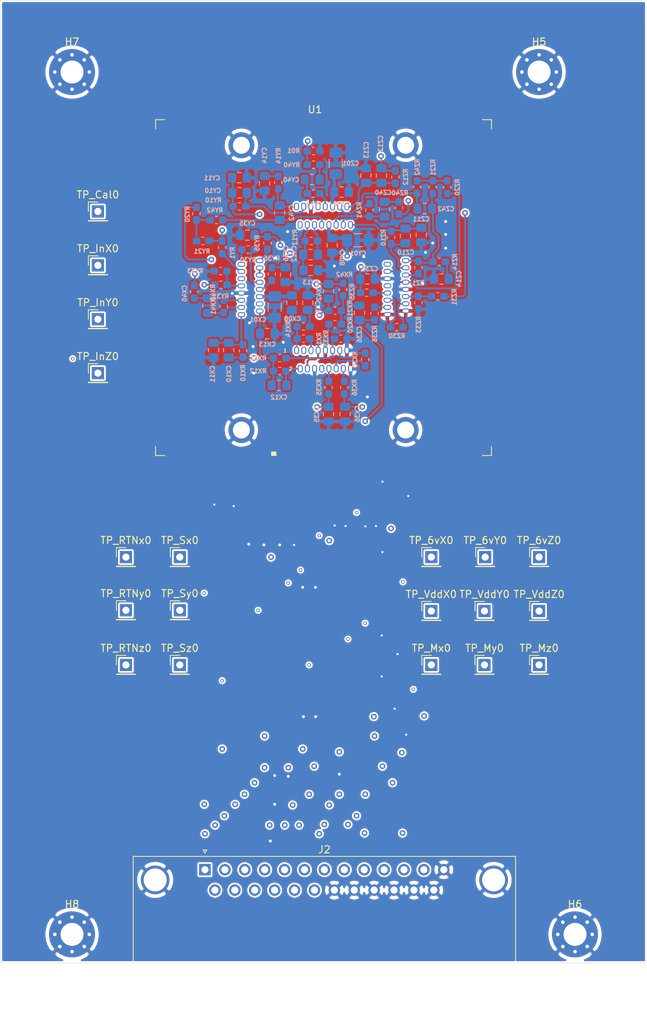
<source format=kicad_pcb>
(kicad_pcb (version 20171130) (host pcbnew 5.1.4-3.fc30)
  (layers (0 F.Cu signal) (1 In1.Cu power) (2 In2.Cu power) (31 B.Cu signal) (34 B.Paste user) (35 F.Paste user) (36 B.SilkS user) (37 F.SilkS user) (38 B.Mask user) (39 F.Mask user) (44 Edge.Cuts user))
  (net 0 "")
  (net 1 GND)
  (net 2 /VDD_Y)
  (net 3 /VDD_X)
  (net 4 /V_BIAS_LNA_Z)
  (net 5 /V_BIAS_LNA_Y)
  (net 6 /V_BIAS_LNA_X)
  (net 7 /M_Z)
  (net 8 /M_Y)
  (net 9 /M_X)
  (net 10 /VDD_Z)
  (net 11 /AsicScreening01/Regu_Bias_LNA_X)
  (net 12 /AsicScreening01/Regu_VDD_X)
  (net 13 "Net-(CX14-Pad1)")
  (net 14 "Net-(CX40-Pad2)")
  (net 15 /AsicScreening01/CAL_In_X)
  (net 16 /AsicScreening01/CAL_Out_X)
  (net 17 /AsicScreening01/Regu_Bias_LNA_Y)
  (net 18 /AsicScreening01/Regu_VDD_Y)
  (net 19 "Net-(CY14-Pad1)")
  (net 20 "Net-(CY40-Pad2)")
  (net 21 /AsicScreening01/CAL_In_Y)
  (net 22 /AsicScreening01/CAL_Out_Y)
  (net 23 /AsicScreening01/Regu_Bias_LNA_Z)
  (net 24 /AsicScreening01/Regu_VDD_Z)
  (net 25 "Net-(CZ14-Pad1)")
  (net 26 "Net-(CZ40-Pad2)")
  (net 27 /AsicScreening01/CAL_In_Z)
  (net 28 /AsicScreening01/CAL_Out_Z)
  (net 29 /AsicScreening01/CR_X)
  (net 30 /AsicScreening01/In1N_X)
  (net 31 /AsicScreening01/Gain_Out2_N_X)
  (net 32 /AsicScreening01/Gain_Out2_P_X)
  (net 33 /AsicScreening01/In2N_X)
  (net 34 /AsicScreening01/CAL_Gain_X)
  (net 35 /AsicScreening01/CR_Y)
  (net 36 /AsicScreening01/In1N_Y)
  (net 37 /AsicScreening01/Gain_Out2_N_Y)
  (net 38 /AsicScreening01/Gain_Out2_P_Y)
  (net 39 /AsicScreening01/In2N_Y)
  (net 40 /AsicScreening01/CAL_Gain_Y)
  (net 41 /AsicScreening01/CR_Z)
  (net 42 /AsicScreening01/In1N_Z)
  (net 43 /AsicScreening01/Gain_Out2_N_Z)
  (net 44 /AsicScreening01/Gain_Out2_P_Z)
  (net 45 /AsicScreening01/In2N_Z)
  (net 46 /AsicScreening01/CAL_Gain_Z)
  (net 47 /AsicScreening01/In2P_X)
  (net 48 /AsicScreening01/In2P_Y)
  (net 49 /AsicScreening01/In2P_Z)
  (net 50 /+6V_X)
  (net 51 /+6V_Y)
  (net 52 /+6V_Z)
  (net 53 /Sx)
  (net 54 /RTNx)
  (net 55 /Sy)
  (net 56 /RTNy)
  (net 57 /Sz)
  (net 58 /RTNz)
  (net 59 /AsicScreening01/Out2_NInv_X)
  (net 60 /AsicScreening01/Out2_inv_X)
  (net 61 /AsicScreening01/Out2_NInv_Y)
  (net 62 /AsicScreening01/Out2_inv_Y)
  (net 63 /AsicScreening01/Out2_NInv_Z)
  (net 64 /AsicScreening01/Out2_inv_Z)
  (net 65 /In1P_X)
  (net 66 /In1P_Y)
  (net 67 /In1P_Z)
  (net 68 /CAL)
  (module Connector_PinHeader_2.54mm:PinHeader_1x01_P2.54mm_Vertical (layer F.Cu) (at 30 45)
    (fp_text reference TP_VddZ0 (at 0 -2.33) (layer F.SilkS))
    (fp_text value TestPoint)
    (pad 1 thru_hole rect (at 0 0) (size 1.7 1.7) (drill 1) (layers *.Cu *.Mask) (net 10 /VDD_Z))
  )
  (module Connector_PinHeader_2.54mm:PinHeader_1x01_P2.54mm_Vertical (layer F.Cu) (at 22.4 45)
    (fp_text reference TP_VddY0 (at 0 -2.33) (layer F.SilkS))
    (fp_text value TestPoint)
    (pad 1 thru_hole rect (at 0 0) (size 1.7 1.7) (drill 1) (layers *.Cu *.Mask) (net 2 /VDD_Y))
  )
  (module Connector_PinHeader_2.54mm:PinHeader_1x01_P2.54mm_Vertical (layer F.Cu) (at 15 45)
    (fp_text reference TP_VddX0 (at 0 -2.33) (layer F.SilkS))
    (fp_text value TestPoint)
    (pad 1 thru_hole rect (at 0 0) (size 1.7 1.7) (drill 1) (layers *.Cu *.Mask) (net 3 /VDD_X))
  )
  (module Connector_PinHeader_2.54mm:PinHeader_1x01_P2.54mm_Vertical (layer F.Cu) (at -20 52.5)
    (fp_text reference TP_Sz0 (at 0 -2.33) (layer F.SilkS))
    (fp_text value TestPoint)
    (pad 1 thru_hole rect (at 0 0) (size 1.7 1.7) (drill 1) (layers *.Cu *.Mask) (net 57 /Sz))
  )
  (module Connector_PinHeader_2.54mm:PinHeader_1x01_P2.54mm_Vertical (layer F.Cu) (at -20 44.9)
    (fp_text reference TP_Sy0 (at 0 -2.33) (layer F.SilkS))
    (fp_text value TestPoint)
    (pad 1 thru_hole rect (at 0 0) (size 1.7 1.7) (drill 1) (layers *.Cu *.Mask) (net 55 /Sy))
  )
  (module Connector_PinHeader_2.54mm:PinHeader_1x01_P2.54mm_Vertical (layer F.Cu) (at -20 37.5)
    (fp_text reference TP_Sx0 (at 0 -2.33) (layer F.SilkS))
    (fp_text value TestPoint)
    (pad 1 thru_hole rect (at 0 0) (size 1.7 1.7) (drill 1) (layers *.Cu *.Mask) (net 53 /Sx))
  )
  (module Connector_PinHeader_2.54mm:PinHeader_1x01_P2.54mm_Vertical (layer F.Cu) (at -27.5 52.5)
    (fp_text reference TP_RTNz0 (at 0 -2.33) (layer F.SilkS))
    (fp_text value TestPoint)
    (pad 1 thru_hole rect (at 0 0) (size 1.7 1.7) (drill 1) (layers *.Cu *.Mask) (net 58 /RTNz))
  )
  (module Connector_PinHeader_2.54mm:PinHeader_1x01_P2.54mm_Vertical (layer F.Cu) (at -27.5 44.9)
    (fp_text reference TP_RTNy0 (at 0 -2.33) (layer F.SilkS))
    (fp_text value TestPoint)
    (pad 1 thru_hole rect (at 0 0) (size 1.7 1.7) (drill 1) (layers *.Cu *.Mask) (net 56 /RTNy))
  )
  (module Connector_PinHeader_2.54mm:PinHeader_1x01_P2.54mm_Vertical (layer F.Cu) (at -27.5 37.5)
    (fp_text reference TP_RTNx0 (at 0 -2.33) (layer F.SilkS))
    (fp_text value TestPoint)
    (pad 1 thru_hole rect (at 0 0) (size 1.7 1.7) (drill 1) (layers *.Cu *.Mask) (net 54 /RTNx))
  )
  (module Connector_PinHeader_2.54mm:PinHeader_1x01_P2.54mm_Vertical (layer F.Cu) (at 30 52.5)
    (fp_text reference TP_Mz0 (at 0 -2.33) (layer F.SilkS))
    (fp_text value TestPoint)
    (pad 1 thru_hole rect (at 0 0) (size 1.7 1.7) (drill 1) (layers *.Cu *.Mask) (net 7 /M_Z))
  )
  (module Connector_PinHeader_2.54mm:PinHeader_1x01_P2.54mm_Vertical (layer F.Cu) (at 22.4 52.5)
    (fp_text reference TP_My0 (at 0 -2.33) (layer F.SilkS))
    (fp_text value TestPoint)
    (pad 1 thru_hole rect (at 0 0) (size 1.7 1.7) (drill 1) (layers *.Cu *.Mask) (net 8 /M_Y))
  )
  (module Connector_PinHeader_2.54mm:PinHeader_1x01_P2.54mm_Vertical (layer F.Cu) (at 15 52.5)
    (fp_text reference TP_Mx0 (at 0 -2.33) (layer F.SilkS))
    (fp_text value TestPoint)
    (pad 1 thru_hole rect (at 0 0) (size 1.7 1.7) (drill 1) (layers *.Cu *.Mask) (net 9 /M_X))
  )
  (module Connector_PinHeader_2.54mm:PinHeader_1x01_P2.54mm_Vertical (layer F.Cu) (at -31.4 11.9)
    (fp_text reference TP_InZ0 (at 0 -2.33) (layer F.SilkS))
    (fp_text value TestPoint)
    (pad 1 thru_hole rect (at 0 0) (size 1.7 1.7) (drill 1) (layers *.Cu *.Mask) (net 67 /In1P_Z))
  )
  (module Connector_PinHeader_2.54mm:PinHeader_1x01_P2.54mm_Vertical (layer F.Cu) (at -31.4 4.4)
    (fp_text reference TP_InY0 (at 0 -2.33) (layer F.SilkS))
    (fp_text value TestPoint)
    (pad 1 thru_hole rect (at 0 0) (size 1.7 1.7) (drill 1) (layers *.Cu *.Mask) (net 66 /In1P_Y))
  )
  (module Connector_PinHeader_2.54mm:PinHeader_1x01_P2.54mm_Vertical (layer F.Cu) (at -31.4 -3.1)
    (fp_text reference TP_InX0 (at 0 -2.33) (layer F.SilkS))
    (fp_text value TestPoint)
    (pad 1 thru_hole rect (at 0 0) (size 1.7 1.7) (drill 1) (layers *.Cu *.Mask) (net 65 /In1P_X))
  )
  (module Connector_PinHeader_2.54mm:PinHeader_1x01_P2.54mm_Vertical (layer F.Cu) (at -31.4 -10.6)
    (fp_text reference TP_Cal0 (at 0 -2.33) (layer F.SilkS))
    (fp_text value TestPoint)
    (pad 1 thru_hole rect (at 0 0) (size 1.7 1.7) (drill 1) (layers *.Cu *.Mask) (net 68 /CAL))
  )
  (module Connector_PinHeader_2.54mm:PinHeader_1x01_P2.54mm_Vertical (layer F.Cu) (at 30 37.5)
    (fp_text reference TP_6vZ0 (at 0 -2.33) (layer F.SilkS))
    (fp_text value TestPoint)
    (pad 1 thru_hole rect (at 0 0) (size 1.7 1.7) (drill 1) (layers *.Cu *.Mask) (net 52 /+6V_Z))
  )
  (module Connector_PinHeader_2.54mm:PinHeader_1x01_P2.54mm_Vertical (layer F.Cu) (at 22.5 37.5)
    (fp_text reference TP_6vY0 (at 0 -2.33) (layer F.SilkS))
    (fp_text value TestPoint)
    (pad 1 thru_hole rect (at 0 0) (size 1.7 1.7) (drill 1) (layers *.Cu *.Mask) (net 51 /+6V_Y))
  )
  (module Connector_PinHeader_2.54mm:PinHeader_1x01_P2.54mm_Vertical (layer F.Cu) (at 15 37.5)
    (fp_text reference TP_6vX0 (at 0 -2.33) (layer F.SilkS))
    (fp_text value TestPoint)
    (pad 1 thru_hole rect (at 0 0) (size 1.7 1.7) (drill 1) (layers *.Cu *.Mask) (net 50 /+6V_X))
  )
  (module MountingHole:MountingHole_3.2mm_M3_Pad_Via (layer F.Cu) (at -35 90)
    (fp_text reference H8 (at 0 -4.2) (layer F.SilkS))
    (fp_text value MountingHole_Pad)
    (pad 1 thru_hole circle (at 1.697056 -1.697056) (size 0.8 0.8) (drill 0.5) (layers *.Cu *.Mask) (net 1 GND))
    (pad 1 thru_hole circle (at 0 -2.4) (size 0.8 0.8) (drill 0.5) (layers *.Cu *.Mask) (net 1 GND))
    (pad 1 thru_hole circle (at -1.697056 -1.697056) (size 0.8 0.8) (drill 0.5) (layers *.Cu *.Mask) (net 1 GND))
    (pad 1 thru_hole circle (at -2.4 0) (size 0.8 0.8) (drill 0.5) (layers *.Cu *.Mask) (net 1 GND))
    (pad 1 thru_hole circle (at -1.697056 1.697056) (size 0.8 0.8) (drill 0.5) (layers *.Cu *.Mask) (net 1 GND))
    (pad 1 thru_hole circle (at 0 2.4) (size 0.8 0.8) (drill 0.5) (layers *.Cu *.Mask) (net 1 GND))
    (pad 1 thru_hole circle (at 1.697056 1.697056) (size 0.8 0.8) (drill 0.5) (layers *.Cu *.Mask) (net 1 GND))
    (pad 1 thru_hole circle (at 2.4 0) (size 0.8 0.8) (drill 0.5) (layers *.Cu *.Mask) (net 1 GND))
    (pad 1 thru_hole circle (at 0 0) (size 6.4 6.4) (drill 3.2) (layers *.Cu *.Mask) (net 1 GND))
  )
  (module MountingHole:MountingHole_3.2mm_M3_Pad_Via (layer F.Cu) (at -35 -30)
    (fp_text reference H7 (at 0 -4.2) (layer F.SilkS))
    (fp_text value MountingHole_Pad)
    (pad 1 thru_hole circle (at 1.697056 -1.697056) (size 0.8 0.8) (drill 0.5) (layers *.Cu *.Mask) (net 1 GND))
    (pad 1 thru_hole circle (at 0 -2.4) (size 0.8 0.8) (drill 0.5) (layers *.Cu *.Mask) (net 1 GND))
    (pad 1 thru_hole circle (at -1.697056 -1.697056) (size 0.8 0.8) (drill 0.5) (layers *.Cu *.Mask) (net 1 GND))
    (pad 1 thru_hole circle (at -2.4 0) (size 0.8 0.8) (drill 0.5) (layers *.Cu *.Mask) (net 1 GND))
    (pad 1 thru_hole circle (at -1.697056 1.697056) (size 0.8 0.8) (drill 0.5) (layers *.Cu *.Mask) (net 1 GND))
    (pad 1 thru_hole circle (at 0 2.4) (size 0.8 0.8) (drill 0.5) (layers *.Cu *.Mask) (net 1 GND))
    (pad 1 thru_hole circle (at 1.697056 1.697056) (size 0.8 0.8) (drill 0.5) (layers *.Cu *.Mask) (net 1 GND))
    (pad 1 thru_hole circle (at 2.4 0) (size 0.8 0.8) (drill 0.5) (layers *.Cu *.Mask) (net 1 GND))
    (pad 1 thru_hole circle (at 0 0) (size 6.4 6.4) (drill 3.2) (layers *.Cu *.Mask) (net 1 GND))
  )
  (module MountingHole:MountingHole_3.2mm_M3_Pad_Via (layer F.Cu) (at 35 90)
    (fp_text reference H6 (at 0 -4.2) (layer F.SilkS))
    (fp_text value MountingHole_Pad)
    (pad 1 thru_hole circle (at 1.697056 -1.697056) (size 0.8 0.8) (drill 0.5) (layers *.Cu *.Mask) (net 1 GND))
    (pad 1 thru_hole circle (at 0 -2.4) (size 0.8 0.8) (drill 0.5) (layers *.Cu *.Mask) (net 1 GND))
    (pad 1 thru_hole circle (at -1.697056 -1.697056) (size 0.8 0.8) (drill 0.5) (layers *.Cu *.Mask) (net 1 GND))
    (pad 1 thru_hole circle (at -2.4 0) (size 0.8 0.8) (drill 0.5) (layers *.Cu *.Mask) (net 1 GND))
    (pad 1 thru_hole circle (at -1.697056 1.697056) (size 0.8 0.8) (drill 0.5) (layers *.Cu *.Mask) (net 1 GND))
    (pad 1 thru_hole circle (at 0 2.4) (size 0.8 0.8) (drill 0.5) (layers *.Cu *.Mask) (net 1 GND))
    (pad 1 thru_hole circle (at 1.697056 1.697056) (size 0.8 0.8) (drill 0.5) (layers *.Cu *.Mask) (net 1 GND))
    (pad 1 thru_hole circle (at 2.4 0) (size 0.8 0.8) (drill 0.5) (layers *.Cu *.Mask) (net 1 GND))
    (pad 1 thru_hole circle (at 0 0) (size 6.4 6.4) (drill 3.2) (layers *.Cu *.Mask) (net 1 GND))
  )
  (module MountingHole:MountingHole_3.2mm_M3_Pad_Via (layer F.Cu) (at 30 -30)
    (fp_text reference H5 (at 0 -4.2) (layer F.SilkS))
    (fp_text value MountingHole_Pad)
    (pad 1 thru_hole circle (at 1.697056 -1.697056) (size 0.8 0.8) (drill 0.5) (layers *.Cu *.Mask) (net 1 GND))
    (pad 1 thru_hole circle (at 0 -2.4) (size 0.8 0.8) (drill 0.5) (layers *.Cu *.Mask) (net 1 GND))
    (pad 1 thru_hole circle (at -1.697056 -1.697056) (size 0.8 0.8) (drill 0.5) (layers *.Cu *.Mask) (net 1 GND))
    (pad 1 thru_hole circle (at -2.4 0) (size 0.8 0.8) (drill 0.5) (layers *.Cu *.Mask) (net 1 GND))
    (pad 1 thru_hole circle (at -1.697056 1.697056) (size 0.8 0.8) (drill 0.5) (layers *.Cu *.Mask) (net 1 GND))
    (pad 1 thru_hole circle (at 0 2.4) (size 0.8 0.8) (drill 0.5) (layers *.Cu *.Mask) (net 1 GND))
    (pad 1 thru_hole circle (at 1.697056 1.697056) (size 0.8 0.8) (drill 0.5) (layers *.Cu *.Mask) (net 1 GND))
    (pad 1 thru_hole circle (at 2.4 0) (size 0.8 0.8) (drill 0.5) (layers *.Cu *.Mask) (net 1 GND))
    (pad 1 thru_hole circle (at 0 0) (size 6.4 6.4) (drill 3.2) (layers *.Cu *.Mask) (net 1 GND))
  )
  (module Capacitor_SMD:C_0805_2012Metric_Pad1.15x1.40mm_HandSolder (layer B.Cu) (at -6.2 13.6)
    (fp_text reference CX12 (at 0 1.65) (layer B.SilkS) (effects (font (size 0.6 0.6)) (justify mirror)))
    (fp_text value 150p)
    (pad 2 smd roundrect (at 1.025 0) (size 1.15 1.4) (layers B.Cu B.Paste B.Mask) (roundrect_rratio 0.217391) (net 12 /AsicScreening01/Regu_VDD_X))
    (pad 1 smd roundrect (at -1.025 0) (size 1.15 1.4) (layers B.Cu B.Paste B.Mask) (roundrect_rratio 0.217391) (net 3 /VDD_X))
  )
  (module Resistor_SMD:R_0603_1608Metric_Pad1.05x0.95mm_HandSolder (layer B.Cu) (at 15.2 -14 270)
    (fp_text reference RZ21 (at -2.725 -0.05 90) (layer B.SilkS) (effects (font (size 0.6 0.6)) (justify mirror)))
    (fp_text value 5)
    (pad 2 smd roundrect (at 0.875 0 270) (size 1.05 0.95) (layers B.Cu B.Paste B.Mask) (net 7 /M_Z))
    (pad 1 smd roundrect (at -0.875 0 270) (size 1.05 0.95) (layers B.Cu B.Paste B.Mask) (net 41 /AsicScreening01/CR_Z))
  )
  (module Resistor_SMD:R_0603_1608Metric_Pad1.05x0.95mm_HandSolder (layer B.Cu) (at -16.8 -6.5)
    (fp_text reference RY21 (at -0.125 1.45) (layer B.SilkS) (effects (font (size 0.6 0.6)) (justify mirror)))
    (fp_text value 5)
    (pad 2 smd roundrect (at 0.875 0) (size 1.05 0.95) (layers B.Cu B.Paste B.Mask) (net 8 /M_Y))
    (pad 1 smd roundrect (at -0.875 0) (size 1.05 0.95) (layers B.Cu B.Paste B.Mask) (net 35 /AsicScreening01/CR_Y))
  )
  (module Resistor_SMD:R_0603_1608Metric_Pad1.05x0.95mm_HandSolder (layer B.Cu) (at 1.6 3.2 180)
    (fp_text reference RX21 (at -2.1 0.325 90) (layer B.SilkS) (effects (font (size 0.6 0.6)) (justify mirror)))
    (fp_text value 5)
    (pad 2 smd roundrect (at 0.875 0 180) (size 1.05 0.95) (layers B.Cu B.Paste B.Mask) (net 9 /M_X))
    (pad 1 smd roundrect (at -0.875 0 180) (size 1.05 0.95) (layers B.Cu B.Paste B.Mask) (net 29 /AsicScreening01/CR_X))
  )
  (module Capacitor_SMD:C_1206_3216Metric_Pad1.42x1.75mm_HandSolder (layer B.Cu) (at 1.7 -17.2875 90)
    (fp_text reference CZ01 (at 0 2.075 180) (layer B.SilkS) (effects (font (size 0.6 0.6)) (justify mirror)))
    (fp_text value 2,7µ)
    (pad 2 smd roundrect (at 1.4875 0 90) (size 1.425 1.75) (layers B.Cu B.Paste B.Mask) (roundrect_rratio 0.175439) (net 1 GND))
    (pad 1 smd roundrect (at -1.4875 0 90) (size 1.425 1.75) (layers B.Cu B.Paste B.Mask) (roundrect_rratio 0.175439) (net 52 /+6V_Z))
  )
  (module Capacitor_SMD:C_1206_3216Metric_Pad1.42x1.75mm_HandSolder (layer B.Cu) (at 4.7875 -6.6)
    (fp_text reference CY01 (at 0 1.82) (layer B.SilkS) (effects (font (size 0.6 0.6)) (justify mirror)))
    (fp_text value 2,7µ)
    (pad 2 smd roundrect (at 1.4875 0) (size 1.425 1.75) (layers B.Cu B.Paste B.Mask) (roundrect_rratio 0.175439) (net 1 GND))
    (pad 1 smd roundrect (at -1.4875 0) (size 1.425 1.75) (layers B.Cu B.Paste B.Mask) (roundrect_rratio 0.175439) (net 51 /+6V_Y))
  )
  (module Capacitor_SMD:C_1206_3216Metric_Pad1.42x1.75mm_HandSolder (layer B.Cu) (at -6.8 2.7 270)
    (fp_text reference CX01 (at 1.75 2.325 180) (layer B.SilkS) (effects (font (size 0.6 0.6)) (justify mirror)))
    (fp_text value 2,7µ)
    (pad 2 smd roundrect (at 1.4875 0 270) (size 1.425 1.75) (layers B.Cu B.Paste B.Mask) (roundrect_rratio 0.175439) (net 1 GND))
    (pad 1 smd roundrect (at -1.4875 0 270) (size 1.425 1.75) (layers B.Cu B.Paste B.Mask) (roundrect_rratio 0.175439) (net 50 /+6V_X))
  )
  (module Connector_Dsub:DSUB-25_Male_Horizontal_P2.77x2.84mm_EdgePinOffset9.90mm_Housed_MountingHolesOffset11.32mm (layer F.Cu) (at -16.5 81)
    (fp_text reference J2 (at 16.62 -2.8) (layer F.SilkS))
    (fp_text value DB25_Male_MountingHoles)
    (pad 0 thru_hole circle (at 40.17 1.42) (size 4 4) (drill 3.2) (layers *.Cu *.Mask) (net 1 GND))
    (pad 0 thru_hole circle (at -6.93 1.42) (size 4 4) (drill 3.2) (layers *.Cu *.Mask) (net 1 GND))
    (pad 25 thru_hole circle (at 31.855 2.84) (size 1.6 1.6) (drill 1) (layers *.Cu *.Mask) (net 1 GND))
    (pad 24 thru_hole circle (at 29.085 2.84) (size 1.6 1.6) (drill 1) (layers *.Cu *.Mask) (net 1 GND))
    (pad 23 thru_hole circle (at 26.315 2.84) (size 1.6 1.6) (drill 1) (layers *.Cu *.Mask) (net 1 GND))
    (pad 22 thru_hole circle (at 23.545 2.84) (size 1.6 1.6) (drill 1) (layers *.Cu *.Mask) (net 1 GND))
    (pad 21 thru_hole circle (at 20.775 2.84) (size 1.6 1.6) (drill 1) (layers *.Cu *.Mask) (net 1 GND))
    (pad 20 thru_hole circle (at 18.005 2.84) (size 1.6 1.6) (drill 1) (layers *.Cu *.Mask) (net 1 GND))
    (pad 19 thru_hole circle (at 15.235 2.84) (size 1.6 1.6) (drill 1) (layers *.Cu *.Mask) (net 52 /+6V_Z))
    (pad 18 thru_hole circle (at 12.465 2.84) (size 1.6 1.6) (drill 1) (layers *.Cu *.Mask) (net 51 /+6V_Y))
    (pad 17 thru_hole circle (at 9.695 2.84) (size 1.6 1.6) (drill 1) (layers *.Cu *.Mask) (net 50 /+6V_X))
    (pad 16 thru_hole circle (at 6.925 2.84) (size 1.6 1.6) (drill 1) (layers *.Cu *.Mask) (net 10 /VDD_Z))
    (pad 15 thru_hole circle (at 4.155 2.84) (size 1.6 1.6) (drill 1) (layers *.Cu *.Mask) (net 2 /VDD_Y))
    (pad 14 thru_hole circle (at 1.385 2.84) (size 1.6 1.6) (drill 1) (layers *.Cu *.Mask) (net 3 /VDD_X))
    (pad 13 thru_hole circle (at 33.24 0) (size 1.6 1.6) (drill 1) (layers *.Cu *.Mask) (net 1 GND))
    (pad 12 thru_hole circle (at 30.47 0) (size 1.6 1.6) (drill 1) (layers *.Cu *.Mask) (net 4 /V_BIAS_LNA_Z))
    (pad 11 thru_hole circle (at 27.7 0) (size 1.6 1.6) (drill 1) (layers *.Cu *.Mask) (net 5 /V_BIAS_LNA_Y))
    (pad 10 thru_hole circle (at 24.93 0) (size 1.6 1.6) (drill 1) (layers *.Cu *.Mask) (net 6 /V_BIAS_LNA_X))
    (pad 9 thru_hole circle (at 22.16 0) (size 1.6 1.6) (drill 1) (layers *.Cu *.Mask) (net 7 /M_Z))
    (pad 8 thru_hole circle (at 19.39 0) (size 1.6 1.6) (drill 1) (layers *.Cu *.Mask) (net 58 /RTNz))
    (pad 7 thru_hole circle (at 16.62 0) (size 1.6 1.6) (drill 1) (layers *.Cu *.Mask) (net 57 /Sz))
    (pad 6 thru_hole circle (at 13.85 0) (size 1.6 1.6) (drill 1) (layers *.Cu *.Mask) (net 8 /M_Y))
    (pad 5 thru_hole circle (at 11.08 0) (size 1.6 1.6) (drill 1) (layers *.Cu *.Mask) (net 56 /RTNy))
    (pad 4 thru_hole circle (at 8.31 0) (size 1.6 1.6) (drill 1) (layers *.Cu *.Mask) (net 55 /Sy))
    (pad 3 thru_hole circle (at 5.54 0) (size 1.6 1.6) (drill 1) (layers *.Cu *.Mask) (net 9 /M_X))
    (pad 2 thru_hole circle (at 2.77 0) (size 1.6 1.6) (drill 1) (layers *.Cu *.Mask) (net 54 /RTNx))
    (pad 1 thru_hole rect (at 0 0) (size 1.6 1.6) (drill 1) (layers *.Cu *.Mask) (net 53 /Sx))
  )
  (module LibBurnInJuice:8500-50mm-64T-Ovale-EuroCircuitOK (layer F.Cu) (at 0 0)
    (fp_text reference U1 (at -1.1811 -24.7904) (layer F.SilkS))
    (fp_text value ASIC_JUICE)
    (fp_text user 1 (at -5.334 8.763) (layer F.SilkS) (effects (font (size 0.5 0.5) (thickness 0.1))))
    (fp_text user 2 (at -4.572 11.303) (layer F.SilkS) (effects (font (size 0.5 0.5) (thickness 0.1))))
    (pad 62 thru_hole oval (at -11.43 2.75844 90) (size 0.6858 1.0668) (drill oval 0.4064 0.7874) (layers *.Cu *.Mask) (net 15 /AsicScreening01/CAL_In_X) (clearance 0.0254))
    (pad 59 thru_hole oval (at -8.89 1.2573 90) (size 0.6858 1.0668) (drill oval 0.4064 0.7874) (layers *.Cu *.Mask) (net 50 /+6V_X) (clearance 0.0254))
    (pad 58 thru_hole oval (at -11.43 0.75692 90) (size 0.6858 1.0668) (drill oval 0.4064 0.7874) (layers *.Cu *.Mask) (net 1 GND) (clearance 0.0254))
    (pad 54 thru_hole oval (at -11.43 -1.2446 90) (size 0.6858 1.0668) (drill oval 0.4064 0.7874) (layers *.Cu *.Mask) (net 36 /AsicScreening01/In1N_Y) (clearance 0.0254))
    (pad 53 thru_hole oval (at -8.89 -1.74498 90) (size 0.6858 1.0668) (drill oval 0.4064 0.7874) (layers *.Cu *.Mask) (net 48 /AsicScreening01/In2P_Y) (clearance 0.0254))
    (pad 55 thru_hole oval (at -8.89 -0.74422 90) (size 0.6858 1.0668) (drill oval 0.4064 0.7874) (layers *.Cu *.Mask) (net 37 /AsicScreening01/Gain_Out2_N_Y) (clearance 0.0254))
    (pad 63 thru_hole oval (at -8.89 3.25882 90) (size 0.6858 1.0668) (drill oval 0.4064 0.7874) (layers *.Cu *.Mask) (net 3 /VDD_X) (clearance 0.0254))
    (pad 57 thru_hole oval (at -8.89 0.25654 90) (size 0.6858 1.0668) (drill oval 0.4064 0.7874) (layers *.Cu *.Mask) (net 62 /AsicScreening01/Out2_inv_Y) (clearance 0.0254))
    (pad 61 thru_hole oval (at -8.89 2.25806 90) (size 0.6858 1.0668) (drill oval 0.4064 0.7874) (layers *.Cu *.Mask) (net 16 /AsicScreening01/CAL_Out_X) (clearance 0.0254))
    (pad 56 thru_hole oval (at -11.43 -0.24384 90) (size 0.6858 1.0668) (drill oval 0.4064 0.7874) (layers *.Cu *.Mask) (net 39 /AsicScreening01/In2N_Y) (clearance 0.0254))
    (pad 51 thru_hole oval (at -8.89 -2.74574 90) (size 0.6858 1.0668) (drill oval 0.4064 0.7874) (layers *.Cu *.Mask) (net 48 /AsicScreening01/In2P_Y) (clearance 0.0254))
    (pad 60 thru_hole oval (at -11.43 1.75768 90) (size 0.6858 1.0668) (drill oval 0.4064 0.7874) (layers *.Cu *.Mask) (net 34 /AsicScreening01/CAL_Gain_X) (clearance 0.0254))
    (pad 50 thru_hole oval (at -11.43 -3.24612 90) (size 0.6858 1.0668) (drill oval 0.4064 0.7874) (layers *.Cu *.Mask) (net 38 /AsicScreening01/Gain_Out2_P_Y) (clearance 0.0254))
    (pad 52 thru_hole oval (at -11.43 -2.24536 90) (size 0.6858 1.0668) (drill oval 0.4064 0.7874) (layers *.Cu *.Mask) (net 66 /In1P_Y) (clearance 0.0254))
    (pad 64 thru_hole oval (at -11.43 3.7592 90) (size 0.6858 1.0668) (drill oval 0.4064 0.7874) (layers *.Cu *.Mask) (net 6 /V_BIAS_LNA_X) (clearance 0.0254))
    (pad 49 thru_hole oval (at -8.89 -3.7465 90) (size 0.6858 1.0668) (drill oval 0.4064 0.7874) (layers *.Cu *.Mask) (net 61 /AsicScreening01/Out2_NInv_Y) (clearance 0.0254))
    (pad 46 thru_hole oval (at -2.75844 -11.2776) (size 0.6858 1.0668) (drill oval 0.4064 0.7874) (layers *.Cu *.Mask) (net 17 /AsicScreening01/Regu_Bias_LNA_Y) (clearance 0.0254))
    (pad 43 thru_hole oval (at -1.2573 -8.7376) (size 0.6858 1.0668) (drill oval 0.4064 0.7874) (layers *.Cu *.Mask) (net 18 /AsicScreening01/Regu_VDD_Y) (clearance 0.0254))
    (pad 42 thru_hole oval (at -0.75692 -11.2776) (size 0.6858 1.0668) (drill oval 0.4064 0.7874) (layers *.Cu *.Mask) (net 21 /AsicScreening01/CAL_In_Y) (clearance 0.0254))
    (pad 38 thru_hole oval (at 1.2446 -11.2776) (size 0.6858 1.0668) (drill oval 0.4064 0.7874) (layers *.Cu *.Mask) (net 52 /+6V_Z) (clearance 0.0254))
    (pad 37 thru_hole oval (at 1.74498 -8.7376) (size 0.6858 1.0668) (drill oval 0.4064 0.7874) (layers *.Cu *.Mask) (net 46 /AsicScreening01/CAL_Gain_Z) (clearance 0.0254))
    (pad 39 thru_hole oval (at 0.74422 -8.7376) (size 0.6858 1.0668) (drill oval 0.4064 0.7874) (layers *.Cu *.Mask) (net 51 /+6V_Y) (clearance 0.0254))
    (pad 47 thru_hole oval (at -3.25882 -8.7376) (size 0.6858 1.0668) (drill oval 0.4064 0.7874) (layers *.Cu *.Mask) (net 5 /V_BIAS_LNA_Y) (clearance 0.0254))
    (pad 41 thru_hole oval (at -0.25654 -8.7376) (size 0.6858 1.0668) (drill oval 0.4064 0.7874) (layers *.Cu *.Mask) (net 22 /AsicScreening01/CAL_Out_Y) (clearance 0.0254))
    (pad 45 thru_hole oval (at -2.25806 -8.7376) (size 0.6858 1.0668) (drill oval 0.4064 0.7874) (layers *.Cu *.Mask) (net 2 /VDD_Y) (clearance 0.0254))
    (pad 40 thru_hole oval (at 0.24384 -11.2776) (size 0.6858 1.0668) (drill oval 0.4064 0.7874) (layers *.Cu *.Mask) (net 40 /AsicScreening01/CAL_Gain_Y) (clearance 0.0254))
    (pad 35 thru_hole oval (at 2.74574 -8.7376) (size 0.6858 1.0668) (drill oval 0.4064 0.7874) (layers *.Cu *.Mask) (net 27 /AsicScreening01/CAL_In_Z) (clearance 0.0254))
    (pad 44 thru_hole oval (at -1.75768 -11.2776) (size 0.6858 1.0668) (drill oval 0.4064 0.7874) (layers *.Cu *.Mask) (net 1 GND) (clearance 0.0254))
    (pad 34 thru_hole oval (at 3.24612 -11.2776) (size 0.6858 1.0668) (drill oval 0.4064 0.7874) (layers *.Cu *.Mask) (net 10 /VDD_Z) (clearance 0.0254))
    (pad 36 thru_hole oval (at 2.24536 -11.2776) (size 0.6858 1.0668) (drill oval 0.4064 0.7874) (layers *.Cu *.Mask) (net 28 /AsicScreening01/CAL_Out_Z) (clearance 0.0254))
    (pad 48 thru_hole oval (at -3.7592 -11.2776) (size 0.6858 1.0668) (drill oval 0.4064 0.7874) (layers *.Cu *.Mask) (net 8 /M_Y) (clearance 0.0254))
    (pad 33 thru_hole oval (at 3.7465 -8.7376) (size 0.6858 1.0668) (drill oval 0.4064 0.7874) (layers *.Cu *.Mask) (net 4 /V_BIAS_LNA_Z) (clearance 0.0254))
    (pad 30 thru_hole oval (at 11.43 -2.75844 90) (size 0.6858 1.0668) (drill oval 0.4064 0.7874) (layers *.Cu *.Mask) (net 23 /AsicScreening01/Regu_Bias_LNA_Z) (clearance 0.0254))
    (pad 27 thru_hole oval (at 8.89 -1.2573 90) (size 0.6858 1.0668) (drill oval 0.4064 0.7874) (layers *.Cu *.Mask) (net 1 GND) (clearance 0.0254))
    (pad 26 thru_hole oval (at 11.43 -0.75692 90) (size 0.6858 1.0668) (drill oval 0.4064 0.7874) (layers *.Cu *.Mask) (net 49 /AsicScreening01/In2P_Z) (clearance 0.0254))
    (pad 22 thru_hole oval (at 11.43 1.2446 90) (size 0.6858 1.0668) (drill oval 0.4064 0.7874) (layers *.Cu *.Mask) (net 45 /AsicScreening01/In2N_Z) (clearance 0.0254))
    (pad 21 thru_hole oval (at 8.89 1.74498 90) (size 0.6858 1.0668) (drill oval 0.4064 0.7874) (layers *.Cu *.Mask) (net 43 /AsicScreening01/Gain_Out2_N_Z) (clearance 0.0254))
    (pad 23 thru_hole oval (at 8.89 0.74422 90) (size 0.6858 1.0668) (drill oval 0.4064 0.7874) (layers *.Cu *.Mask) (net 63 /AsicScreening01/Out2_NInv_Z) (clearance 0.0254))
    (pad 31 thru_hole oval (at 8.89 -3.25882 90) (size 0.6858 1.0668) (drill oval 0.4064 0.7874) (layers *.Cu *.Mask) (net 24 /AsicScreening01/Regu_VDD_Z) (clearance 0.0254))
    (pad 25 thru_hole oval (at 8.89 -0.25654 90) (size 0.6858 1.0668) (drill oval 0.4064 0.7874) (layers *.Cu *.Mask) (net 42 /AsicScreening01/In1N_Z) (clearance 0.0254))
    (pad 29 thru_hole oval (at 8.89 -2.25806 90) (size 0.6858 1.0668) (drill oval 0.4064 0.7874) (layers *.Cu *.Mask) (net 49 /AsicScreening01/In2P_Z) (clearance 0.0254))
    (pad 24 thru_hole oval (at 11.43 0.24384 90) (size 0.6858 1.0668) (drill oval 0.4064 0.7874) (layers *.Cu *.Mask) (net 1 GND) (clearance 0.0254))
    (pad 19 thru_hole oval (at 8.89 2.74574 90) (size 0.6858 1.0668) (drill oval 0.4064 0.7874) (layers *.Cu *.Mask) (net 64 /AsicScreening01/Out2_inv_Z) (clearance 0.0254))
    (pad 28 thru_hole oval (at 11.43 -1.75768 90) (size 0.6858 1.0668) (drill oval 0.4064 0.7874) (layers *.Cu *.Mask) (net 67 /In1P_Z) (clearance 0.0254))
    (pad 18 thru_hole oval (at 11.43 3.24612 90) (size 0.6858 1.0668) (drill oval 0.4064 0.7874) (layers *.Cu *.Mask) (net 1 GND) (clearance 0.0254))
    (pad 20 thru_hole oval (at 11.43 2.24536 90) (size 0.6858 1.0668) (drill oval 0.4064 0.7874) (layers *.Cu *.Mask) (net 44 /AsicScreening01/Gain_Out2_P_Z) (clearance 0.0254))
    (pad 32 thru_hole oval (at 11.43 -3.7592 90) (size 0.6858 1.0668) (drill oval 0.4064 0.7874) (layers *.Cu *.Mask) (net 7 /M_Z) (clearance 0.0254))
    (pad 17 thru_hole oval (at 8.89 3.7465 90) (size 0.6858 1.0668) (drill oval 0.4064 0.7874) (layers *.Cu *.Mask) (net 1 GND) (clearance 0.0254))
    (pad 16 thru_hole oval (at 3.7592 11.2776) (size 0.6858 1.0668) (drill oval 0.4064 0.7874) (layers *.Cu *.Mask) (net 1 GND) (clearance 0.0254))
    (pad 15 thru_hole oval (at 3.25882 8.7376) (size 0.6858 1.0668) (drill oval 0.4064 0.7874) (layers *.Cu *.Mask) (net 1 GND) (clearance 0.0254))
    (pad 14 thru_hole oval (at 2.75844 11.2776) (size 0.6858 1.0668) (drill oval 0.4064 0.7874) (layers *.Cu *.Mask) (net 60 /AsicScreening01/Out2_inv_X) (clearance 0.0254))
    (pad 13 thru_hole oval (at 2.25806 8.7376) (size 0.6858 1.0668) (drill oval 0.4064 0.7874) (layers *.Cu *.Mask) (net 32 /AsicScreening01/Gain_Out2_P_X) (clearance 0.0254))
    (pad 12 thru_hole oval (at 1.75768 11.2776) (size 0.6858 1.0668) (drill oval 0.4064 0.7874) (layers *.Cu *.Mask) (net 31 /AsicScreening01/Gain_Out2_N_X) (clearance 0.0254))
    (pad 11 thru_hole oval (at 1.2573 8.7376) (size 0.6858 1.0668) (drill oval 0.4064 0.7874) (layers *.Cu *.Mask) (net 33 /AsicScreening01/In2N_X) (clearance 0.0254))
    (pad 10 thru_hole oval (at 0.75692 11.2776) (size 0.6858 1.0668) (drill oval 0.4064 0.7874) (layers *.Cu *.Mask) (net 59 /AsicScreening01/Out2_NInv_X) (clearance 0.0254))
    (pad 9 thru_hole oval (at 0.25654 8.7376) (size 0.6858 1.0668) (drill oval 0.4064 0.7874) (layers *.Cu *.Mask) (net 1 GND) (clearance 0.0254))
    (pad 8 thru_hole oval (at -0.24384 11.2776) (size 0.6858 1.0668) (drill oval 0.4064 0.7874) (layers *.Cu *.Mask) (net 30 /AsicScreening01/In1N_X) (clearance 0.0254))
    (pad 7 thru_hole oval (at -0.74422 8.7376) (size 0.6858 1.0668) (drill oval 0.4064 0.7874) (layers *.Cu *.Mask) (net 47 /AsicScreening01/In2P_X) (clearance 0.0254))
    (pad 6 thru_hole oval (at -1.2446 11.2776) (size 0.6858 1.0668) (drill oval 0.4064 0.7874) (layers *.Cu *.Mask) (net 1 GND) (clearance 0.0254))
    (pad 5 thru_hole oval (at -1.74498 8.7376) (size 0.6858 1.0668) (drill oval 0.4064 0.7874) (layers *.Cu *.Mask) (net 65 /In1P_X) (clearance 0.0254))
    (pad 4 thru_hole oval (at -2.24536 11.2776) (size 0.6858 1.0668) (drill oval 0.4064 0.7874) (layers *.Cu *.Mask) (net 47 /AsicScreening01/In2P_X) (clearance 0.0254))
    (pad 3 thru_hole oval (at -2.74574 8.7376) (size 0.6858 1.0668) (drill oval 0.4064 0.7874) (layers *.Cu *.Mask) (net 11 /AsicScreening01/Regu_Bias_LNA_X) (clearance 0.0254))
    (pad 2 thru_hole oval (at -3.24612 11.2776) (size 0.6858 1.0668) (drill oval 0.4064 0.7874) (layers *.Cu *.Mask) (net 12 /AsicScreening01/Regu_VDD_X) (clearance 0.0254))
    (pad 1 thru_hole oval (at -3.7465 8.7376) (size 0.6858 1.0668) (drill oval 0.4064 0.7874) (layers *.Cu *.Mask) (net 9 /M_X) (clearance 0.0254))
    (pad 65 thru_hole circle (at -11.43 19.812) (size 3.6322 3.6322) (drill 2.3622) (layers *.Cu *.Mask) (net 1 GND) (clearance 0.0254))
    (pad 66 thru_hole circle (at 11.43 19.812) (size 3.6322 3.6322) (drill 2.3622) (layers *.Cu *.Mask) (net 1 GND) (clearance 0.0254))
    (pad 67 thru_hole circle (at 11.43 -19.812) (size 3.6322 3.6322) (drill 2.3622) (layers *.Cu *.Mask) (net 1 GND) (clearance 0.0254))
    (pad 68 thru_hole circle (at -11.43 -19.812) (size 3.6322 3.6322) (drill 2.3622) (layers *.Cu *.Mask) (net 1 GND) (clearance 0.0254))
  )
  (module Resistor_SMD:R_0603_1608Metric_Pad1.05x0.95mm_HandSolder (layer B.Cu) (at 13 -14 90)
    (fp_text reference RZ42 (at 2.75 0.05 90) (layer B.SilkS) (effects (font (size 0.6 0.6)) (justify mirror)))
    (fp_text value 42,2k)
    (pad 2 smd roundrect (at 0.875 0 90) (size 1.05 0.95) (layers B.Cu B.Paste B.Mask) (net 41 /AsicScreening01/CR_Z))
    (pad 1 smd roundrect (at -0.875 0 90) (size 1.05 0.95) (layers B.Cu B.Paste B.Mask) (net 28 /AsicScreening01/CAL_Out_Z))
  )
  (module Resistor_SMD:R_0603_1608Metric_Pad1.05x0.95mm_HandSolder (layer B.Cu) (at 6.4 -10.8 270)
    (fp_text reference RZ41 (at 0 1.43 90) (layer B.SilkS) (effects (font (size 0.6 0.6)) (justify mirror)))
    (fp_text value 49,9k)
    (pad 2 smd roundrect (at 0.875 0 270) (size 1.05 0.95) (layers B.Cu B.Paste B.Mask) (net 27 /AsicScreening01/CAL_In_Z))
    (pad 1 smd roundrect (at -0.875 0 270) (size 1.05 0.95) (layers B.Cu B.Paste B.Mask) (net 46 /AsicScreening01/CAL_Gain_Z))
  )
  (module Resistor_SMD:R_0603_1608Metric_Pad1.05x0.95mm_HandSolder (layer B.Cu) (at 10.5 -11.1 270)
    (fp_text reference RZ40 (at -2.075 -0.125 180) (layer B.SilkS) (effects (font (size 0.6 0.6)) (justify mirror)))
    (fp_text value 750k)
    (pad 2 smd roundrect (at 0.875 0 270) (size 1.05 0.95) (layers B.Cu B.Paste B.Mask) (net 68 /CAL))
    (pad 1 smd roundrect (at -0.875 0 270) (size 1.05 0.95) (layers B.Cu B.Paste B.Mask) (net 26 "Net-(CZ40-Pad2)"))
  )
  (module Resistor_SMD:R_0603_1608Metric_Pad1.05x0.95mm_HandSolder (layer B.Cu) (at 7.1 3.6 90)
    (fp_text reference RZ36 (at -2.825 0.025 90) (layer B.SilkS) (effects (font (size 0.6 0.6)) (justify mirror)))
    (fp_text value 7,5k)
    (pad 2 smd roundrect (at 0.875 0 90) (size 1.05 0.95) (layers B.Cu B.Paste B.Mask) (net 64 /AsicScreening01/Out2_inv_Z))
    (pad 1 smd roundrect (at -0.875 0 90) (size 1.05 0.95) (layers B.Cu B.Paste B.Mask) (net 58 /RTNz))
  )
  (module Resistor_SMD:R_0603_1608Metric_Pad1.05x0.95mm_HandSolder (layer B.Cu) (at 6 0.7)
    (fp_text reference RZ35 (at -2.025 -0.125 90) (layer B.SilkS) (effects (font (size 0.6 0.6)) (justify mirror)))
    (fp_text value 7,5k)
    (pad 2 smd roundrect (at 0.875 0) (size 1.05 0.95) (layers B.Cu B.Paste B.Mask) (net 63 /AsicScreening01/Out2_NInv_Z))
    (pad 1 smd roundrect (at -0.875 0) (size 1.05 0.95) (layers B.Cu B.Paste B.Mask) (net 57 /Sz))
  )
  (module Resistor_SMD:R_0603_1608Metric_Pad1.05x0.95mm_HandSolder (layer B.Cu) (at 13.2 2.1 270)
    (fp_text reference RZ33 (at 3.025 -0.025 90) (layer B.SilkS) (effects (font (size 0.6 0.6)) (justify mirror)))
    (fp_text value 49,9k)
    (pad 2 smd roundrect (at 0.875 0 270) (size 1.05 0.95) (layers B.Cu B.Paste B.Mask) (net 1 GND))
    (pad 1 smd roundrect (at -0.875 0 270) (size 1.05 0.95) (layers B.Cu B.Paste B.Mask) (net 45 /AsicScreening01/In2N_Z))
  )
  (module Resistor_SMD:R_0603_1608Metric_Pad1.05x0.95mm_HandSolder (layer B.Cu) (at 15.9 1.2)
    (fp_text reference RZ31 (at 2.3 0.1 90) (layer B.SilkS) (effects (font (size 0.6 0.6)) (justify mirror)))
    (fp_text value 49,9k)
    (pad 2 smd roundrect (at 0.875 0) (size 1.05 0.95) (layers B.Cu B.Paste B.Mask) (net 10 /VDD_Z))
    (pad 1 smd roundrect (at -0.875 0) (size 1.05 0.95) (layers B.Cu B.Paste B.Mask) (net 45 /AsicScreening01/In2N_Z))
  )
  (module Resistor_SMD:R_0603_1608Metric_Pad1.05x0.95mm_HandSolder (layer B.Cu) (at 10.2 5.5 180)
    (fp_text reference RZ30 (at 0 -1.225) (layer B.SilkS) (effects (font (size 0.6 0.6)) (justify mirror)))
    (fp_text value 7,5k)
    (pad 2 smd roundrect (at 0.875 0 180) (size 1.05 0.95) (layers B.Cu B.Paste B.Mask) (net 43 /AsicScreening01/Gain_Out2_N_Z))
    (pad 1 smd roundrect (at -0.875 0 180) (size 1.05 0.95) (layers B.Cu B.Paste B.Mask) (net 44 /AsicScreening01/Gain_Out2_P_Z))
  )
  (module Resistor_SMD:R_0603_1608Metric_Pad1.05x0.95mm_HandSolder (layer B.Cu) (at 17.2 -13.975 90)
    (fp_text reference RZ20 (at 0 1.43 90) (layer B.SilkS) (effects (font (size 0.6 0.6)) (justify mirror)))
    (fp_text value 68k)
    (pad 2 smd roundrect (at 0.875 0 90) (size 1.05 0.95) (layers B.Cu B.Paste B.Mask) (net 41 /AsicScreening01/CR_Z))
    (pad 1 smd roundrect (at -0.875 0 90) (size 1.05 0.95) (layers B.Cu B.Paste B.Mask) (net 49 /AsicScreening01/In2P_Z))
  )
  (module Resistor_SMD:R_0603_1608Metric_Pad1.05x0.95mm_HandSolder (layer B.Cu) (at 16.1 -3.6)
    (fp_text reference RZ14 (at 2.2 0.025 90) (layer B.SilkS) (effects (font (size 0.6 0.6)) (justify mirror)))
    (fp_text value 100)
    (pad 2 smd roundrect (at 0.875 0) (size 1.05 0.95) (layers B.Cu B.Paste B.Mask) (net 25 "Net-(CZ14-Pad1)"))
    (pad 1 smd roundrect (at -0.875 0) (size 1.05 0.95) (layers B.Cu B.Paste B.Mask) (net 7 /M_Z))
  )
  (module Resistor_SMD:R_0603_1608Metric_Pad1.05x0.95mm_HandSolder (layer B.Cu) (at 10 -15.4 90)
    (fp_text reference RZ12 (at 0 1.43 90) (layer B.SilkS) (effects (font (size 0.6 0.6)) (justify mirror)))
    (fp_text value 49,9k)
    (pad 2 smd roundrect (at 0.875 0 90) (size 1.05 0.95) (layers B.Cu B.Paste B.Mask) (net 24 /AsicScreening01/Regu_VDD_Z))
    (pad 1 smd roundrect (at -0.875 0 90) (size 1.05 0.95) (layers B.Cu B.Paste B.Mask) (net 10 /VDD_Z))
  )
  (module Resistor_SMD:R_0603_1608Metric_Pad1.05x0.95mm_HandSolder (layer B.Cu) (at 9.4 -6.975 270)
    (fp_text reference RZ10 (at 0 1.05 90) (layer B.SilkS) (effects (font (size 0.6 0.6)) (justify mirror)))
    (fp_text value 26,7k)
    (pad 2 smd roundrect (at 0.875 0 270) (size 1.05 0.95) (layers B.Cu B.Paste B.Mask) (net 23 /AsicScreening01/Regu_Bias_LNA_Z))
    (pad 1 smd roundrect (at -0.875 0 270) (size 1.05 0.95) (layers B.Cu B.Paste B.Mask) (net 4 /V_BIAS_LNA_Z))
  )
  (module Resistor_SMD:R_0603_1608Metric_Pad1.05x0.95mm_HandSolder (layer B.Cu) (at 13.2 -2.8 90)
    (fp_text reference RZ1 (at -2.175 -0.025 180) (layer B.SilkS) (effects (font (size 0.6 0.6)) (justify mirror)))
    (fp_text value 499)
    (pad 2 smd roundrect (at 0.875 0 90) (size 1.05 0.95) (layers B.Cu B.Paste B.Mask) (net 7 /M_Z))
    (pad 1 smd roundrect (at -0.875 0 90) (size 1.05 0.95) (layers B.Cu B.Paste B.Mask) (net 67 /In1P_Z))
  )
  (module Resistor_SMD:R_0603_1608Metric_Pad1.05x0.95mm_HandSolder (layer B.Cu) (at -14.9 -9.4 180)
    (fp_text reference RY42 (at 0.225 1.375) (layer B.SilkS) (effects (font (size 0.6 0.6)) (justify mirror)))
    (fp_text value 42,2k)
    (pad 2 smd roundrect (at 0.875 0 180) (size 1.05 0.95) (layers B.Cu B.Paste B.Mask) (net 35 /AsicScreening01/CR_Y))
    (pad 1 smd roundrect (at -0.875 0 180) (size 1.05 0.95) (layers B.Cu B.Paste B.Mask) (net 22 /AsicScreening01/CAL_Out_Y))
  )
  (module Resistor_SMD:R_0603_1608Metric_Pad1.05x0.95mm_HandSolder (layer B.Cu) (at -1.4 -13.1 180)
    (fp_text reference RY41 (at 0 -1.6) (layer B.SilkS) (effects (font (size 0.6 0.6)) (justify mirror)))
    (fp_text value 49,9k)
    (pad 2 smd roundrect (at 0.875 0 180) (size 1.05 0.95) (layers B.Cu B.Paste B.Mask) (net 21 /AsicScreening01/CAL_In_Y))
    (pad 1 smd roundrect (at -0.875 0 180) (size 1.05 0.95) (layers B.Cu B.Paste B.Mask) (net 40 /AsicScreening01/CAL_Gain_Y))
  )
  (module Resistor_SMD:R_0603_1608Metric_Pad1.05x0.95mm_HandSolder (layer B.Cu) (at -1.4 -17.1 180)
    (fp_text reference RY40 (at 3.025 -0.025 180) (layer B.SilkS) (effects (font (size 0.6 0.6)) (justify mirror)))
    (fp_text value 750k)
    (pad 2 smd roundrect (at 0.875 0 180) (size 1.05 0.95) (layers B.Cu B.Paste B.Mask) (net 68 /CAL))
    (pad 1 smd roundrect (at -0.875 0 180) (size 1.05 0.95) (layers B.Cu B.Paste B.Mask) (net 20 "Net-(CY40-Pad2)"))
  )
  (module Resistor_SMD:R_0603_1608Metric_Pad1.05x0.95mm_HandSolder (layer B.Cu) (at -7.2 -1.9 270)
    (fp_text reference RY36 (at -2.175 0 180) (layer B.SilkS) (effects (font (size 0.6 0.6)) (justify mirror)))
    (fp_text value 7,5k)
    (pad 2 smd roundrect (at 0.875 0 270) (size 1.05 0.95) (layers B.Cu B.Paste B.Mask) (net 62 /AsicScreening01/Out2_inv_Y))
    (pad 1 smd roundrect (at -0.875 0 270) (size 1.05 0.95) (layers B.Cu B.Paste B.Mask) (net 56 /RTNy))
  )
  (module Resistor_SMD:R_0603_1608Metric_Pad1.05x0.95mm_HandSolder (layer B.Cu) (at -7.8 -6.2 270)
    (fp_text reference RY35 (at 0 1.43 90) (layer B.SilkS) (effects (font (size 0.6 0.6)) (justify mirror)))
    (fp_text value 7,5k)
    (pad 2 smd roundrect (at 0.875 0 270) (size 1.05 0.95) (layers B.Cu B.Paste B.Mask) (net 61 /AsicScreening01/Out2_NInv_Y))
    (pad 1 smd roundrect (at -0.875 0 270) (size 1.05 0.95) (layers B.Cu B.Paste B.Mask) (net 55 /Sy))
  )
  (module Resistor_SMD:R_0603_1608Metric_Pad1.05x0.95mm_HandSolder (layer B.Cu) (at -14.325 -2.3 180)
    (fp_text reference RY33 (at 3.525 0.025) (layer B.SilkS) (effects (font (size 0.6 0.6)) (justify mirror)))
    (fp_text value 49,9k)
    (pad 2 smd roundrect (at 0.875 0 180) (size 1.05 0.95) (layers B.Cu B.Paste B.Mask) (net 1 GND))
    (pad 1 smd roundrect (at -0.875 0 180) (size 1.05 0.95) (layers B.Cu B.Paste B.Mask) (net 39 /AsicScreening01/In2N_Y))
  )
  (module Resistor_SMD:R_0603_1608Metric_Pad1.05x0.95mm_HandSolder (layer B.Cu) (at -14.29 -0.39 180)
    (fp_text reference RY31 (at 0.01 -1.59) (layer B.SilkS) (effects (font (size 0.6 0.6)) (justify mirror)))
    (fp_text value 49,9k)
    (pad 2 smd roundrect (at 0.875 0 180) (size 1.05 0.95) (layers B.Cu B.Paste B.Mask) (net 2 /VDD_Y))
    (pad 1 smd roundrect (at -0.875 0 180) (size 1.05 0.95) (layers B.Cu B.Paste B.Mask) (net 39 /AsicScreening01/In2N_Y))
  )
  (module Resistor_SMD:R_0603_1608Metric_Pad1.05x0.95mm_HandSolder (layer B.Cu) (at -10.5 -5.3)
    (fp_text reference RY30 (at 0 1.43) (layer B.SilkS) (effects (font (size 0.6 0.6)) (justify mirror)))
    (fp_text value 7,5k)
    (pad 2 smd roundrect (at 0.875 0) (size 1.05 0.95) (layers B.Cu B.Paste B.Mask) (net 37 /AsicScreening01/Gain_Out2_N_Y))
    (pad 1 smd roundrect (at -0.875 0) (size 1.05 0.95) (layers B.Cu B.Paste B.Mask) (net 38 /AsicScreening01/Gain_Out2_P_Y))
  )
  (module Resistor_SMD:R_0603_1608Metric_Pad1.05x0.95mm_HandSolder (layer B.Cu) (at -17.7 -10.3 270)
    (fp_text reference RY20 (at 0.075 1.25 90) (layer B.SilkS) (effects (font (size 0.6 0.6)) (justify mirror)))
    (fp_text value 68k)
    (pad 2 smd roundrect (at 0.875 0 270) (size 1.05 0.95) (layers B.Cu B.Paste B.Mask) (net 35 /AsicScreening01/CR_Y))
    (pad 1 smd roundrect (at -0.875 0 270) (size 1.05 0.95) (layers B.Cu B.Paste B.Mask) (net 48 /AsicScreening01/In2P_Y))
  )
  (module Resistor_SMD:R_0603_1608Metric_Pad1.05x0.95mm_HandSolder (layer B.Cu) (at -6.3 -14.634 90)
    (fp_text reference RY14 (at 3.716 0.025 90) (layer B.SilkS) (effects (font (size 0.6 0.6)) (justify mirror)))
    (fp_text value 100)
    (pad 2 smd roundrect (at 0.875 0 90) (size 1.05 0.95) (layers B.Cu B.Paste B.Mask) (net 19 "Net-(CY14-Pad1)"))
    (pad 1 smd roundrect (at -0.875 0 90) (size 1.05 0.95) (layers B.Cu B.Paste B.Mask) (net 8 /M_Y))
  )
  (module Resistor_SMD:R_0603_1608Metric_Pad1.05x0.95mm_HandSolder (layer B.Cu) (at -1.7 -6.5)
    (fp_text reference RY12 (at -2.275 -0.5 90) (layer B.SilkS) (effects (font (size 0.6 0.6)) (justify mirror)))
    (fp_text value 49,9k)
    (pad 2 smd roundrect (at 0.875 0) (size 1.05 0.95) (layers B.Cu B.Paste B.Mask) (net 18 /AsicScreening01/Regu_VDD_Y))
    (pad 1 smd roundrect (at -0.875 0) (size 1.05 0.95) (layers B.Cu B.Paste B.Mask) (net 2 /VDD_Y))
  )
  (module Resistor_SMD:R_0603_1608Metric_Pad1.05x0.95mm_HandSolder (layer B.Cu) (at -11.7 -11.3)
    (fp_text reference RY10 (at -3.625 -0.875) (layer B.SilkS) (effects (font (size 0.6 0.6)) (justify mirror)))
    (fp_text value 26,7k)
    (pad 2 smd roundrect (at 0.875 0) (size 1.05 0.95) (layers B.Cu B.Paste B.Mask) (net 17 /AsicScreening01/Regu_Bias_LNA_Y))
    (pad 1 smd roundrect (at -0.875 0) (size 1.05 0.95) (layers B.Cu B.Paste B.Mask) (net 5 /V_BIAS_LNA_Y))
  )
  (module Resistor_SMD:R_0603_1608Metric_Pad1.05x0.95mm_HandSolder (layer B.Cu) (at -14.1 -5.6 90)
    (fp_text reference RY1 (at -0.775 1.425 90) (layer B.SilkS) (effects (font (size 0.6 0.6)) (justify mirror)))
    (fp_text value 499)
    (pad 2 smd roundrect (at 0.875 0 90) (size 1.05 0.95) (layers B.Cu B.Paste B.Mask) (net 8 /M_Y))
    (pad 1 smd roundrect (at -0.875 0 90) (size 1.05 0.95) (layers B.Cu B.Paste B.Mask) (net 66 /In1P_Y))
  )
  (module Resistor_SMD:R_0603_1608Metric_Pad1.05x0.95mm_HandSolder (layer B.Cu) (at 2.7 0.275 270)
    (fp_text reference RX42 (at -2.1 -0.2 180) (layer B.SilkS) (effects (font (size 0.6 0.6)) (justify mirror)))
    (fp_text value 42,2k)
    (pad 2 smd roundrect (at 0.875 0 270) (size 1.05 0.95) (layers B.Cu B.Paste B.Mask) (net 29 /AsicScreening01/CR_X))
    (pad 1 smd roundrect (at -0.875 0 270) (size 1.05 0.95) (layers B.Cu B.Paste B.Mask) (net 16 /AsicScreening01/CAL_Out_X))
  )
  (module Resistor_SMD:R_0603_1608Metric_Pad1.05x0.95mm_HandSolder (layer B.Cu) (at -13.9 2.6 270)
    (fp_text reference RX41 (at 0 1.43 90) (layer B.SilkS) (effects (font (size 0.6 0.6)) (justify mirror)))
    (fp_text value 49,9k)
    (pad 2 smd roundrect (at 0.875 0 270) (size 1.05 0.95) (layers B.Cu B.Paste B.Mask) (net 15 /AsicScreening01/CAL_In_X))
    (pad 1 smd roundrect (at -0.875 0 270) (size 1.05 0.95) (layers B.Cu B.Paste B.Mask) (net 34 /AsicScreening01/CAL_Gain_X))
  )
  (module Resistor_SMD:R_0603_1608Metric_Pad1.05x0.95mm_HandSolder (layer B.Cu) (at -18 0.575 90)
    (fp_text reference RX40 (at -0.1 2.6 90) (layer B.SilkS) (effects (font (size 0.6 0.6)) (justify mirror)))
    (fp_text value 750k)
    (pad 2 smd roundrect (at 0.875 0 90) (size 1.05 0.95) (layers B.Cu B.Paste B.Mask) (net 68 /CAL))
    (pad 1 smd roundrect (at -0.875 0 90) (size 1.05 0.95) (layers B.Cu B.Paste B.Mask) (net 14 "Net-(CX40-Pad2)"))
  )
  (module Resistor_SMD:R_0603_1608Metric_Pad1.05x0.95mm_HandSolder (layer B.Cu) (at 2.9 13.9 90)
    (fp_text reference RX36 (at 0 1.43 90) (layer B.SilkS) (effects (font (size 0.6 0.6)) (justify mirror)))
    (fp_text value 7,5k)
    (pad 2 smd roundrect (at 0.875 0 90) (size 1.05 0.95) (layers B.Cu B.Paste B.Mask) (net 60 /AsicScreening01/Out2_inv_X))
    (pad 1 smd roundrect (at -0.875 0 90) (size 1.05 0.95) (layers B.Cu B.Paste B.Mask) (net 54 /RTNx))
  )
  (module Resistor_SMD:R_0603_1608Metric_Pad1.05x0.95mm_HandSolder (layer B.Cu) (at 0.7 13.9 90)
    (fp_text reference RX35 (at 0.05 -1.325 90) (layer B.SilkS) (effects (font (size 0.6 0.6)) (justify mirror)))
    (fp_text value 7,5k)
    (pad 2 smd roundrect (at 0.875 0 90) (size 1.05 0.95) (layers B.Cu B.Paste B.Mask) (net 59 /AsicScreening01/Out2_NInv_X))
    (pad 1 smd roundrect (at -0.875 0 90) (size 1.05 0.95) (layers B.Cu B.Paste B.Mask) (net 53 /Sx))
  )
  (module Resistor_SMD:R_0603_1608Metric_Pad1.05x0.95mm_HandSolder (layer B.Cu) (at 2.4 7.1)
    (fp_text reference RX33 (at -2.05 -0.05 90) (layer B.SilkS) (effects (font (size 0.6 0.6)) (justify mirror)))
    (fp_text value 49,9k)
    (pad 2 smd roundrect (at 0.875 0) (size 1.05 0.95) (layers B.Cu B.Paste B.Mask) (net 1 GND))
    (pad 1 smd roundrect (at -0.875 0) (size 1.05 0.95) (layers B.Cu B.Paste B.Mask) (net 33 /AsicScreening01/In2N_X))
  )
  (module Resistor_SMD:R_0603_1608Metric_Pad1.05x0.95mm_HandSolder (layer B.Cu) (at -6.1 9.8 180)
    (fp_text reference RX31 (at 3 -0.025) (layer B.SilkS) (effects (font (size 0.6 0.6)) (justify mirror)))
    (fp_text value 49,9k)
    (pad 2 smd roundrect (at 0.875 0 180) (size 1.05 0.95) (layers B.Cu B.Paste B.Mask) (net 3 /VDD_X))
    (pad 1 smd roundrect (at -0.875 0 180) (size 1.05 0.95) (layers B.Cu B.Paste B.Mask) (net 33 /AsicScreening01/In2N_X))
  )
  (module Resistor_SMD:R_0603_1608Metric_Pad1.05x0.95mm_HandSolder (layer B.Cu) (at 5.8 10 270)
    (fp_text reference RX30 (at 0 1.43 90) (layer B.SilkS) (effects (font (size 0.6 0.6)) (justify mirror)))
    (fp_text value 7,5k)
    (pad 2 smd roundrect (at 0.875 0 270) (size 1.05 0.95) (layers B.Cu B.Paste B.Mask) (net 31 /AsicScreening01/Gain_Out2_N_X))
    (pad 1 smd roundrect (at -0.875 0 270) (size 1.05 0.95) (layers B.Cu B.Paste B.Mask) (net 32 /AsicScreening01/Gain_Out2_P_X))
  )
  (module Resistor_SMD:R_0603_1608Metric_Pad1.05x0.95mm_HandSolder (layer B.Cu) (at 1.6 5.1)
    (fp_text reference RX20 (at 2.125 0.075 90) (layer B.SilkS) (effects (font (size 0.6 0.6)) (justify mirror)))
    (fp_text value 68k)
    (pad 2 smd roundrect (at 0.875 0) (size 1.05 0.95) (layers B.Cu B.Paste B.Mask) (net 29 /AsicScreening01/CR_X))
    (pad 1 smd roundrect (at -0.875 0) (size 1.05 0.95) (layers B.Cu B.Paste B.Mask) (net 47 /AsicScreening01/In2P_X))
  )
  (module Resistor_SMD:R_0603_1608Metric_Pad1.05x0.95mm_HandSolder (layer B.Cu) (at -2.8 5.4)
    (fp_text reference RX14 (at -2.125 0.35 90) (layer B.SilkS) (effects (font (size 0.6 0.6)) (justify mirror)))
    (fp_text value 100)
    (pad 2 smd roundrect (at 0.875 0) (size 1.05 0.95) (layers B.Cu B.Paste B.Mask) (net 13 "Net-(CX14-Pad1)"))
    (pad 1 smd roundrect (at -0.875 0) (size 1.05 0.95) (layers B.Cu B.Paste B.Mask) (net 9 /M_X))
  )
  (module Resistor_SMD:R_0603_1608Metric_Pad1.05x0.95mm_HandSolder (layer B.Cu) (at -6.1 11.6)
    (fp_text reference RX12 (at -3 0) (layer B.SilkS) (effects (font (size 0.6 0.6)) (justify mirror)))
    (fp_text value 49,9k)
    (pad 2 smd roundrect (at 0.875 0) (size 1.05 0.95) (layers B.Cu B.Paste B.Mask) (net 12 /AsicScreening01/Regu_VDD_X))
    (pad 1 smd roundrect (at -0.875 0) (size 1.05 0.95) (layers B.Cu B.Paste B.Mask) (net 3 /VDD_X))
  )
  (module Resistor_SMD:R_0603_1608Metric_Pad1.05x0.95mm_HandSolder (layer B.Cu) (at -11.2 8.8 270)
    (fp_text reference RX10 (at 3.075 0 90) (layer B.SilkS) (effects (font (size 0.6 0.6)) (justify mirror)))
    (fp_text value 26,7k)
    (pad 2 smd roundrect (at 0.875 0 270) (size 1.05 0.95) (layers B.Cu B.Paste B.Mask) (net 11 /AsicScreening01/Regu_Bias_LNA_X))
    (pad 1 smd roundrect (at -0.875 0 270) (size 1.05 0.95) (layers B.Cu B.Paste B.Mask) (net 6 /V_BIAS_LNA_X))
  )
  (module Resistor_SMD:R_0603_1608Metric_Pad1.05x0.95mm_HandSolder (layer B.Cu) (at -2.8 7.1 180)
    (fp_text reference RX1 (at -2.175 -0.025 90) (layer B.SilkS) (effects (font (size 0.6 0.6)) (justify mirror)))
    (fp_text value 499)
    (pad 2 smd roundrect (at 0.875 0 180) (size 1.05 0.95) (layers B.Cu B.Paste B.Mask) (net 9 /M_X))
    (pad 1 smd roundrect (at -0.875 0 180) (size 1.05 0.95) (layers B.Cu B.Paste B.Mask) (net 65 /In1P_X))
  )
  (module Resistor_SMD:R_0603_1608Metric_Pad1.05x0.95mm_HandSolder (layer B.Cu) (at -1.4 -19)
    (fp_text reference R01 (at -2.775 -0.05 180) (layer B.SilkS) (effects (font (size 0.6 0.6)) (justify mirror)))
    (fp_text value 10k)
    (pad 2 smd roundrect (at 0.875 0) (size 1.05 0.95) (layers B.Cu B.Paste B.Mask) (net 1 GND))
    (pad 1 smd roundrect (at -0.875 0) (size 1.05 0.95) (layers B.Cu B.Paste B.Mask) (net 68 /CAL))
  )
  (module Capacitor_SMD:C_0805_2012Metric_Pad1.15x1.40mm_HandSolder (layer B.Cu) (at 14.075 -11)
    (fp_text reference CZ42 (at 2.95 0.05) (layer B.SilkS) (effects (font (size 0.6 0.6)) (justify mirror)))
    (fp_text value "2,21n(2,2n)")
    (pad 2 smd roundrect (at 1.025 0) (size 1.15 1.4) (layers B.Cu B.Paste B.Mask) (roundrect_rratio 0.217391) (net 7 /M_Z))
    (pad 1 smd roundrect (at -1.025 0) (size 1.15 1.4) (layers B.Cu B.Paste B.Mask) (roundrect_rratio 0.217391) (net 28 /AsicScreening01/CAL_Out_Z))
  )
  (module Capacitor_SMD:C_0805_2012Metric_Pad1.15x1.40mm_HandSolder (layer B.Cu) (at 8.5 -10.9 90)
    (fp_text reference CZ40 (at 2.325 -0.2 180) (layer B.SilkS) (effects (font (size 0.6 0.6)) (justify mirror)))
    (fp_text value 220n)
    (pad 2 smd roundrect (at 1.025 0 90) (size 1.15 1.4) (layers B.Cu B.Paste B.Mask) (roundrect_rratio 0.217391) (net 26 "Net-(CZ40-Pad2)"))
    (pad 1 smd roundrect (at -1.025 0 90) (size 1.15 1.4) (layers B.Cu B.Paste B.Mask) (roundrect_rratio 0.217391) (net 27 /AsicScreening01/CAL_In_Z))
  )
  (module Capacitor_SMD:C_0805_2012Metric_Pad1.15x1.40mm_HandSolder (layer B.Cu) (at 5 3.5 90)
    (fp_text reference CZ36 (at -3.025 0 90) (layer B.SilkS) (effects (font (size 0.6 0.6)) (justify mirror)))
    (fp_text value 1n)
    (pad 2 smd roundrect (at 1.025 0 90) (size 1.15 1.4) (layers B.Cu B.Paste B.Mask) (roundrect_rratio 0.217391) (net 1 GND))
    (pad 1 smd roundrect (at -1.025 0 90) (size 1.15 1.4) (layers B.Cu B.Paste B.Mask) (roundrect_rratio 0.217391) (net 58 /RTNz))
  )
  (module Capacitor_SMD:C_0805_2012Metric_Pad1.15x1.40mm_HandSolder (layer B.Cu) (at 6.1 -1.2)
    (fp_text reference CZ35 (at 0.35 -1.425) (layer B.SilkS) (effects (font (size 0.6 0.6)) (justify mirror)))
    (fp_text value 1n)
    (pad 2 smd roundrect (at 1.025 0) (size 1.15 1.4) (layers B.Cu B.Paste B.Mask) (roundrect_rratio 0.217391) (net 1 GND))
    (pad 1 smd roundrect (at -1.025 0) (size 1.15 1.4) (layers B.Cu B.Paste B.Mask) (roundrect_rratio 0.217391) (net 57 /Sz))
  )
  (module Capacitor_SMD:C_0805_2012Metric_Pad1.15x1.40mm_HandSolder (layer B.Cu) (at 16.4 -1.2 180)
    (fp_text reference CZ14 (at -2.45 0.025 90) (layer B.SilkS) (effects (font (size 0.6 0.6)) (justify mirror)))
    (fp_text value 560n)
    (pad 2 smd roundrect (at 1.025 0 180) (size 1.15 1.4) (layers B.Cu B.Paste B.Mask) (roundrect_rratio 0.217391) (net 1 GND))
    (pad 1 smd roundrect (at -1.025 0 180) (size 1.15 1.4) (layers B.Cu B.Paste B.Mask) (roundrect_rratio 0.217391) (net 25 "Net-(CZ14-Pad1)"))
  )
  (module Capacitor_SMD:C_0805_2012Metric_Pad1.15x1.40mm_HandSolder (layer B.Cu) (at 5.9 -15.6 90)
    (fp_text reference CZ13 (at 3.55 0.05 90) (layer B.SilkS) (effects (font (size 0.6 0.6)) (justify mirror)))
    (fp_text value 390n)
    (pad 2 smd roundrect (at 1.025 0 90) (size 1.15 1.4) (layers B.Cu B.Paste B.Mask) (roundrect_rratio 0.217391) (net 1 GND))
    (pad 1 smd roundrect (at -1.025 0 90) (size 1.15 1.4) (layers B.Cu B.Paste B.Mask) (roundrect_rratio 0.217391) (net 10 /VDD_Z))
  )
  (module Capacitor_SMD:C_0805_2012Metric_Pad1.15x1.40mm_HandSolder (layer B.Cu) (at 8.06 -15.6 90)
    (fp_text reference CZ12 (at 4.45 -0.11 90) (layer B.SilkS) (effects (font (size 0.6 0.6)) (justify mirror)))
    (fp_text value 150p)
    (pad 2 smd roundrect (at 1.025 0 90) (size 1.15 1.4) (layers B.Cu B.Paste B.Mask) (roundrect_rratio 0.217391) (net 24 /AsicScreening01/Regu_VDD_Z))
    (pad 1 smd roundrect (at -1.025 0 90) (size 1.15 1.4) (layers B.Cu B.Paste B.Mask) (roundrect_rratio 0.217391) (net 10 /VDD_Z))
  )
  (module Capacitor_SMD:C_0805_2012Metric_Pad1.15x1.40mm_HandSolder (layer B.Cu) (at 13.6 -7.325 270)
    (fp_text reference CZ11 (at -2.2 0.025 180) (layer B.SilkS) (effects (font (size 0.6 0.6)) (justify mirror)))
    (fp_text value 220n)
    (pad 2 smd roundrect (at 1.025 0 270) (size 1.15 1.4) (layers B.Cu B.Paste B.Mask) (roundrect_rratio 0.217391) (net 1 GND))
    (pad 1 smd roundrect (at -1.025 0 270) (size 1.15 1.4) (layers B.Cu B.Paste B.Mask) (roundrect_rratio 0.217391) (net 4 /V_BIAS_LNA_Z))
  )
  (module Capacitor_SMD:C_0805_2012Metric_Pad1.15x1.40mm_HandSolder (layer B.Cu) (at 11.4 -7.2 270)
    (fp_text reference CZ10 (at 2.3 -0.05 180) (layer B.SilkS) (effects (font (size 0.6 0.6)) (justify mirror)))
    (fp_text value 150p)
    (pad 2 smd roundrect (at 1.025 0 270) (size 1.15 1.4) (layers B.Cu B.Paste B.Mask) (roundrect_rratio 0.217391) (net 23 /AsicScreening01/Regu_Bias_LNA_Z))
    (pad 1 smd roundrect (at -1.025 0 270) (size 1.15 1.4) (layers B.Cu B.Paste B.Mask) (roundrect_rratio 0.217391) (net 4 /V_BIAS_LNA_Z))
  )
  (module Capacitor_SMD:C_0805_2012Metric_Pad1.15x1.40mm_HandSolder (layer B.Cu) (at 2.5 -13.3)
    (fp_text reference CZ08 (at 0 1.65) (layer B.SilkS) (effects (font (size 0.6 0.6)) (justify mirror)))
    (fp_text value 1n)
    (pad 2 smd roundrect (at 1.025 0) (size 1.15 1.4) (layers B.Cu B.Paste B.Mask) (roundrect_rratio 0.217391) (net 1 GND))
    (pad 1 smd roundrect (at -1.025 0) (size 1.15 1.4) (layers B.Cu B.Paste B.Mask) (roundrect_rratio 0.217391) (net 52 /+6V_Z))
  )
  (module Capacitor_SMD:C_0805_2012Metric_Pad1.15x1.40mm_HandSolder (layer B.Cu) (at -6.1 -10.425 90)
    (fp_text reference CY42 (at 0 1.65 90) (layer B.SilkS) (effects (font (size 0.6 0.6)) (justify mirror)))
    (fp_text value "2,21n(2,2n)")
    (pad 2 smd roundrect (at 1.025 0 90) (size 1.15 1.4) (layers B.Cu B.Paste B.Mask) (roundrect_rratio 0.217391) (net 8 /M_Y))
    (pad 1 smd roundrect (at -1.025 0 90) (size 1.15 1.4) (layers B.Cu B.Paste B.Mask) (roundrect_rratio 0.217391) (net 22 /AsicScreening01/CAL_Out_Y))
  )
  (module Capacitor_SMD:C_0805_2012Metric_Pad1.15x1.40mm_HandSolder (layer B.Cu) (at -1.584 -15.042)
    (fp_text reference CY40 (at -2.916 0.042 180) (layer B.SilkS) (effects (font (size 0.6 0.6)) (justify mirror)))
    (fp_text value 220n)
    (pad 2 smd roundrect (at 1.025 0) (size 1.15 1.4) (layers B.Cu B.Paste B.Mask) (roundrect_rratio 0.217391) (net 20 "Net-(CY40-Pad2)"))
    (pad 1 smd roundrect (at -1.025 0) (size 1.15 1.4) (layers B.Cu B.Paste B.Mask) (roundrect_rratio 0.217391) (net 21 /AsicScreening01/CAL_In_Y))
  )
  (module Capacitor_SMD:C_0805_2012Metric_Pad1.15x1.40mm_HandSolder (layer B.Cu) (at -5.3 -1.8 270)
    (fp_text reference CY36 (at -2.975 -0.05 270) (layer B.SilkS) (effects (font (size 0.6 0.6)) (justify mirror)))
    (fp_text value 1n)
    (pad 2 smd roundrect (at 1.025 0 270) (size 1.15 1.4) (layers B.Cu B.Paste B.Mask) (roundrect_rratio 0.217391) (net 1 GND))
    (pad 1 smd roundrect (at -1.025 0 270) (size 1.15 1.4) (layers B.Cu B.Paste B.Mask) (roundrect_rratio 0.217391) (net 56 /RTNy))
  )
  (module Capacitor_SMD:C_0805_2012Metric_Pad1.15x1.40mm_HandSolder (layer B.Cu) (at -10.6 -7.3 180)
    (fp_text reference CY35 (at 0 1.65) (layer B.SilkS) (effects (font (size 0.6 0.6)) (justify mirror)))
    (fp_text value 1n)
    (pad 2 smd roundrect (at 1.025 0 180) (size 1.15 1.4) (layers B.Cu B.Paste B.Mask) (roundrect_rratio 0.217391) (net 1 GND))
    (pad 1 smd roundrect (at -1.025 0 180) (size 1.15 1.4) (layers B.Cu B.Paste B.Mask) (roundrect_rratio 0.217391) (net 55 /Sy))
  )
  (module Capacitor_SMD:C_0805_2012Metric_Pad1.15x1.40mm_HandSolder (layer B.Cu) (at -8.2 -14.5 270)
    (fp_text reference CY14 (at -3.9 0.025 90) (layer B.SilkS) (effects (font (size 0.6 0.6)) (justify mirror)))
    (fp_text value 560n)
    (pad 2 smd roundrect (at 1.025 0 270) (size 1.15 1.4) (layers B.Cu B.Paste B.Mask) (roundrect_rratio 0.217391) (net 1 GND))
    (pad 1 smd roundrect (at -1.025 0 270) (size 1.15 1.4) (layers B.Cu B.Paste B.Mask) (roundrect_rratio 0.217391) (net 19 "Net-(CY14-Pad1)"))
  )
  (module Capacitor_SMD:C_0805_2012Metric_Pad1.15x1.40mm_HandSolder (layer B.Cu) (at -1.775 -2.4)
    (fp_text reference CY13 (at 0 1.65) (layer B.SilkS) (effects (font (size 0.6 0.6)) (justify mirror)))
    (fp_text value 390n)
    (pad 2 smd roundrect (at 1.025 0) (size 1.15 1.4) (layers B.Cu B.Paste B.Mask) (roundrect_rratio 0.217391) (net 1 GND))
    (pad 1 smd roundrect (at -1.025 0) (size 1.15 1.4) (layers B.Cu B.Paste B.Mask) (roundrect_rratio 0.217391) (net 2 /VDD_Y))
  )
  (module Capacitor_SMD:C_0805_2012Metric_Pad1.15x1.40mm_HandSolder (layer B.Cu) (at -1.8 -4.6)
    (fp_text reference CY12 (at -2.3 -0.1 90) (layer B.SilkS) (effects (font (size 0.6 0.6)) (justify mirror)))
    (fp_text value 150p)
    (pad 2 smd roundrect (at 1.025 0) (size 1.15 1.4) (layers B.Cu B.Paste B.Mask) (roundrect_rratio 0.217391) (net 18 /AsicScreening01/Regu_VDD_Y))
    (pad 1 smd roundrect (at -1.025 0) (size 1.15 1.4) (layers B.Cu B.Paste B.Mask) (roundrect_rratio 0.217391) (net 2 /VDD_Y))
  )
  (module Capacitor_SMD:C_0805_2012Metric_Pad1.15x1.40mm_HandSolder (layer B.Cu) (at -11.7 -15.3)
    (fp_text reference CY11 (at -3.825 0.05) (layer B.SilkS) (effects (font (size 0.6 0.6)) (justify mirror)))
    (fp_text value 220n)
    (pad 2 smd roundrect (at 1.025 0) (size 1.15 1.4) (layers B.Cu B.Paste B.Mask) (roundrect_rratio 0.217391) (net 1 GND))
    (pad 1 smd roundrect (at -1.025 0) (size 1.15 1.4) (layers B.Cu B.Paste B.Mask) (roundrect_rratio 0.217391) (net 5 /V_BIAS_LNA_Y))
  )
  (module Capacitor_SMD:C_0805_2012Metric_Pad1.15x1.40mm_HandSolder (layer B.Cu) (at -11.7 -13.2)
    (fp_text reference CY10 (at -3.7 -0.3) (layer B.SilkS) (effects (font (size 0.6 0.6)) (justify mirror)))
    (fp_text value 150p)
    (pad 2 smd roundrect (at 1.025 0) (size 1.15 1.4) (layers B.Cu B.Paste B.Mask) (roundrect_rratio 0.217391) (net 17 /AsicScreening01/Regu_Bias_LNA_Y))
    (pad 1 smd roundrect (at -1.025 0) (size 1.15 1.4) (layers B.Cu B.Paste B.Mask) (roundrect_rratio 0.217391) (net 5 /V_BIAS_LNA_Y))
  )
  (module Capacitor_SMD:C_0805_2012Metric_Pad1.15x1.40mm_HandSolder (layer B.Cu) (at 1.2 -5.9 270)
    (fp_text reference CY08 (at 1.7 -1.425 90) (layer B.SilkS) (effects (font (size 0.6 0.6)) (justify mirror)))
    (fp_text value 1n)
    (pad 2 smd roundrect (at 1.025 0 270) (size 1.15 1.4) (layers B.Cu B.Paste B.Mask) (roundrect_rratio 0.217391) (net 1 GND))
    (pad 1 smd roundrect (at -1.025 0 270) (size 1.15 1.4) (layers B.Cu B.Paste B.Mask) (roundrect_rratio 0.217391) (net 51 /+6V_Y))
  )
  (module Capacitor_SMD:C_0805_2012Metric_Pad1.15x1.40mm_HandSolder (layer B.Cu) (at 0.7 0.5 270)
    (fp_text reference CX42 (at 0.175 1.325 270) (layer B.SilkS) (effects (font (size 0.6 0.6)) (justify mirror)))
    (fp_text value "2,21n(2,2n)")
    (pad 2 smd roundrect (at 1.025 0 270) (size 1.15 1.4) (layers B.Cu B.Paste B.Mask) (roundrect_rratio 0.217391) (net 9 /M_X))
    (pad 1 smd roundrect (at -1.025 0 270) (size 1.15 1.4) (layers B.Cu B.Paste B.Mask) (roundrect_rratio 0.217391) (net 16 /AsicScreening01/CAL_Out_X))
  )
  (module Capacitor_SMD:C_0805_2012Metric_Pad1.15x1.40mm_HandSolder (layer B.Cu) (at -16.1 2.5 90)
    (fp_text reference CX40 (at 1.7 -3.225 90) (layer B.SilkS) (effects (font (size 0.6 0.6)) (justify mirror)))
    (fp_text value 220n)
    (pad 2 smd roundrect (at 1.025 0 90) (size 1.15 1.4) (layers B.Cu B.Paste B.Mask) (roundrect_rratio 0.217391) (net 14 "Net-(CX40-Pad2)"))
    (pad 1 smd roundrect (at -1.025 0 90) (size 1.15 1.4) (layers B.Cu B.Paste B.Mask) (roundrect_rratio 0.217391) (net 15 /AsicScreening01/CAL_In_X))
  )
  (module Capacitor_SMD:C_0805_2012Metric_Pad1.15x1.40mm_HandSolder (layer B.Cu) (at 3 17.6 270)
    (fp_text reference CX36 (at -0.025 -1.725 90) (layer B.SilkS) (effects (font (size 0.6 0.6)) (justify mirror)))
    (fp_text value 1n)
    (pad 2 smd roundrect (at 1.025 0 270) (size 1.15 1.4) (layers B.Cu B.Paste B.Mask) (roundrect_rratio 0.217391) (net 1 GND))
    (pad 1 smd roundrect (at -1.025 0 270) (size 1.15 1.4) (layers B.Cu B.Paste B.Mask) (roundrect_rratio 0.217391) (net 54 /RTNx))
  )
  (module Capacitor_SMD:C_0805_2012Metric_Pad1.15x1.40mm_HandSolder (layer B.Cu) (at 0.7 17.6 270)
    (fp_text reference CX35 (at 0 1.65 90) (layer B.SilkS) (effects (font (size 0.6 0.6)) (justify mirror)))
    (fp_text value 1n)
    (pad 2 smd roundrect (at 1.025 0 270) (size 1.15 1.4) (layers B.Cu B.Paste B.Mask) (roundrect_rratio 0.217391) (net 1 GND))
    (pad 1 smd roundrect (at -1.025 0 270) (size 1.15 1.4) (layers B.Cu B.Paste B.Mask) (roundrect_rratio 0.217391) (net 53 /Sx))
  )
  (module Capacitor_SMD:C_0805_2012Metric_Pad1.15x1.40mm_HandSolder (layer B.Cu) (at -2.2 2.1 90)
    (fp_text reference CX14 (at -0.85 1.425 270) (layer B.SilkS) (effects (font (size 0.6 0.6)) (justify mirror)))
    (fp_text value 560n)
    (pad 2 smd roundrect (at 1.025 0 90) (size 1.15 1.4) (layers B.Cu B.Paste B.Mask) (roundrect_rratio 0.217391) (net 1 GND))
    (pad 1 smd roundrect (at -1.025 0 90) (size 1.15 1.4) (layers B.Cu B.Paste B.Mask) (roundrect_rratio 0.217391) (net 13 "Net-(CX14-Pad1)"))
  )
  (module Capacitor_SMD:C_0805_2012Metric_Pad1.15x1.40mm_HandSolder (layer B.Cu) (at -7.825 6.4)
    (fp_text reference CX13 (at 0 1.5) (layer B.SilkS) (effects (font (size 0.6 0.6)) (justify mirror)))
    (fp_text value 390n)
    (pad 2 smd roundrect (at 1.025 0) (size 1.15 1.4) (layers B.Cu B.Paste B.Mask) (roundrect_rratio 0.217391) (net 1 GND))
    (pad 1 smd roundrect (at -1.025 0) (size 1.15 1.4) (layers B.Cu B.Paste B.Mask) (roundrect_rratio 0.217391) (net 3 /VDD_X))
  )
  (module Capacitor_SMD:C_0805_2012Metric_Pad1.15x1.40mm_HandSolder (layer B.Cu) (at -15.3 8.7 270)
    (fp_text reference CX11 (at 3.325 0.15 90) (layer B.SilkS) (effects (font (size 0.6 0.6)) (justify mirror)))
    (fp_text value 220n)
    (pad 2 smd roundrect (at 1.025 0 270) (size 1.15 1.4) (layers B.Cu B.Paste B.Mask) (roundrect_rratio 0.217391) (net 1 GND))
    (pad 1 smd roundrect (at -1.025 0 270) (size 1.15 1.4) (layers B.Cu B.Paste B.Mask) (roundrect_rratio 0.217391) (net 6 /V_BIAS_LNA_X))
  )
  (module Capacitor_SMD:C_0805_2012Metric_Pad1.15x1.40mm_HandSolder (layer B.Cu) (at -13.2 8.7 270)
    (fp_text reference CX10 (at 3.3 -0.025 90) (layer B.SilkS) (effects (font (size 0.6 0.6)) (justify mirror)))
    (fp_text value 150p)
    (pad 2 smd roundrect (at 1.025 0 270) (size 1.15 1.4) (layers B.Cu B.Paste B.Mask) (roundrect_rratio 0.217391) (net 11 /AsicScreening01/Regu_Bias_LNA_X))
    (pad 1 smd roundrect (at -1.025 0 270) (size 1.15 1.4) (layers B.Cu B.Paste B.Mask) (roundrect_rratio 0.217391) (net 6 /V_BIAS_LNA_X))
  )
  (module Capacitor_SMD:C_0805_2012Metric_Pad1.15x1.40mm_HandSolder (layer B.Cu) (at -4.4 2.1 270)
    (fp_text reference CX08 (at 2.225 -0.075 180) (layer B.SilkS) (effects (font (size 0.6 0.6)) (justify mirror)))
    (fp_text value 1n)
    (pad 2 smd roundrect (at 1.025 0 270) (size 1.15 1.4) (layers B.Cu B.Paste B.Mask) (roundrect_rratio 0.217391) (net 1 GND))
    (pad 1 smd roundrect (at -1.025 0 270) (size 1.15 1.4) (layers B.Cu B.Paste B.Mask) (roundrect_rratio 0.217391) (net 50 /+6V_X))
  )
  (gr_line (start 45 -40) (end 45 94) (layer Edge.Cuts) (width 0.05))
  (gr_line (start -45 -40) (end 45 -40) (layer Edge.Cuts) (width 0.05))
  (gr_line (start -45 94) (end -45 -40) (layer Edge.Cuts) (width 0.05))
  (gr_line (start -45 94) (end 45 94) (layer Edge.Cuts) (width 0.05))
  (via (at -5 -7.8) (size 0.8) (drill 0.4) (layers F.Cu B.Cu) (net 1))
  (via (at -6.7 -4.1) (size 0.8) (drill 0.4) (layers F.Cu B.Cu) (net 1))
  (via (at 1.5 -3) (size 0.8) (drill 0.4) (layers F.Cu B.Cu) (net 1))
  (via (at 5.6 -4.3) (size 0.8) (drill 0.4) (layers F.Cu B.Cu) (net 1))
  (via (at -10.3 4.9) (size 0.8) (drill 0.4) (layers F.Cu B.Cu) (net 1))
  (via (at 17 -7.4) (size 0.8) (drill 0.4) (layers F.Cu B.Cu) (net 1))
  (via (at 17 -9.2) (size 0.8) (drill 0.4) (layers F.Cu B.Cu) (net 1))
  (via (at 17 -5.5) (size 0.8) (drill 0.4) (layers F.Cu B.Cu) (net 1))
  (via (at 13.8 -0.6) (size 0.8) (drill 0.4) (layers F.Cu B.Cu) (net 1))
  (via (at -0.7 2.7) (size 0.8) (drill 0.4) (layers F.Cu B.Cu) (net 1))
  (via (at -12.7 0.8) (size 0.8) (drill 0.4) (layers F.Cu B.Cu) (net 1))
  (via (at -5.6 7.6) (size 0.8) (drill 0.4) (layers F.Cu B.Cu) (net 1))
  (via (at 14.2 -4.9) (size 0.8) (drill 0.4) (layers F.Cu B.Cu) (net 1))
  (via (at 15.2 -6.2) (size 0.8) (drill 0.4) (layers F.Cu B.Cu) (net 1))
  (via (at -6.8 71.9) (size 0.8) (drill 0.4) (layers F.Cu B.Cu) (net 1))
  (via (at -6.8 67.9) (size 0.8) (drill 0.4) (layers F.Cu B.Cu) (net 1))
  (via (at -4.9 68) (size 0.8) (drill 0.4) (layers F.Cu B.Cu) (net 1))
  (via (at -7.4 77) (size 0.8) (drill 0.4) (layers F.Cu B.Cu) (net 1))
  (via (at 2.2 67.7) (size 0.8) (drill 0.4) (layers F.Cu B.Cu) (net 1))
  (via (at -2.8 59.7) (size 0.8) (drill 0.4) (layers F.Cu B.Cu) (net 1))
  (via (at -1.1 59.7) (size 0.8) (drill 0.4) (layers F.Cu B.Cu) (net 1))
  (via (at -9.7 11.9) (size 0.8) (drill 0.4) (layers F.Cu B.Cu) (net 1))
  (via (at -9.8 8.2) (size 0.8) (drill 0.4) (layers F.Cu B.Cu) (net 1))
  (via (at 6.1 15.2) (size 0.8) (drill 0.4) (layers F.Cu B.Cu) (net 1))
  (via (at 11.5 62.2) (size 0.5) (drill 0.3) (layers F.Cu B.Cu) (net 1))
  (via (at 9.9 58.6) (size 0.5) (drill 0.3) (layers F.Cu B.Cu) (net 1))
  (via (at -15.2 30.2) (size 0.5) (drill 0.3) (layers F.Cu B.Cu) (net 1))
  (via (at -12.5 30.4) (size 0.5) (drill 0.3) (layers F.Cu B.Cu) (net 1))
  (via (at 8.1 54.1) (size 0.5) (drill 0.3) (layers F.Cu B.Cu) (net 1))
  (via (at 8.1 48.4) (size 0.5) (drill 0.3) (layers F.Cu B.Cu) (net 1))
  (via (at 8.2 36.8) (size 0.5) (drill 0.3) (layers F.Cu B.Cu) (net 1))
  (via (at 8.2 27) (size 0.5) (drill 0.3) (layers F.Cu B.Cu) (net 1))
  (via (at 10.3 51) (size 0.5) (drill 0.3) (layers F.Cu B.Cu) (net 1))
  (via (at 11.8 29) (size 0.5) (drill 0.3) (layers F.Cu B.Cu) (net 1))
  (via (at -4.1 35.8) (size 0.5) (drill 0.3) (layers F.Cu B.Cu) (net 1))
  (via (at -10.4 35.7) (size 0.8) (drill 0.4) (layers F.Cu B.Cu) (net 1))
  (via (at -6.1 35.8) (size 0.8) (drill 0.4) (layers F.Cu B.Cu) (net 1))
  (via (at -8.3 35.8) (size 0.8) (drill 0.4) (layers F.Cu B.Cu) (net 1))
  (via (at -1.13 41.71) (size 0.8) (drill 0.4) (layers F.Cu B.Cu) (net 1))
  (via (at -2.9 41.7) (size 0.8) (drill 0.4) (layers F.Cu B.Cu) (net 1))
  (via (at 7.3 33.175) (size 0.5) (drill 0.3) (layers F.Cu B.Cu) (net 1))
  (via (at 5.825 33.225) (size 0.5) (drill 0.3) (layers F.Cu B.Cu) (net 1))
  (via (at 3.075 33.175) (size 0.5) (drill 0.3) (layers F.Cu B.Cu) (net 1))
  (via (at 1.55 33.1) (size 0.5) (drill 0.3) (layers F.Cu B.Cu) (net 1))
  (segment (start -2.575 -4.85) (end -2.825 -4.6) (width 0.256) (layer B.Cu) (net 2))
  (segment (start -2.575 -6.5) (end -2.575 -4.85) (width 0.256) (layer B.Cu) (net 2))
  (segment (start -2.825 -2.425) (end -2.8 -2.4) (width 0.256) (layer B.Cu) (net 2))
  (segment (start -2.825 -4.6) (end -2.825 -2.425) (width 0.256) (layer B.Cu) (net 2))
  (segment (start -2.575 -7.525) (end -2.575 -6.5) (width 0.256) (layer B.Cu) (net 2))
  (segment (start -2.25806 -7.84194) (end -2.575 -7.525) (width 0.256) (layer B.Cu) (net 2))
  (segment (start -2.25806 -8.7376) (end -2.25806 -7.84194) (width 0.256) (layer B.Cu) (net 2))
  (via (at -16.6 -0.4) (size 0.8) (drill 0.4) (layers F.Cu B.Cu) (net 2))
  (segment (start -15.165 -0.39) (end -16.59 -0.39) (width 0.256) (layer B.Cu) (net 2))
  (segment (start -16.59 -0.39) (end -16.6 -0.4) (width 0.256) (layer B.Cu) (net 2))
  (via (at -12.3 71.9) (size 0.8) (drill 0.4) (layers F.Cu B.Cu) (net 2))
  (via (at -16.6 71.9) (size 0.8) (drill 0.4) (layers F.Cu B.Cu) (net 2))
  (via (at -16.6 42.5) (size 0.5) (drill 0.3) (layers F.Cu B.Cu) (net 2))
  (segment (start -6.975 11.6) (end -6.975 9.8) (width 0.256) (layer B.Cu) (net 3))
  (segment (start -8.85 3.29882) (end -8.89 3.25882) (width 0.256) (layer B.Cu) (net 3))
  (segment (start -8.85 6.4) (end -8.85 3.29882) (width 0.256) (layer B.Cu) (net 3))
  (segment (start -6.975 13.35) (end -7.225 13.6) (width 0.256) (layer B.Cu) (net 3))
  (segment (start -6.975 11.6) (end -6.975 13.35) (width 0.256) (layer B.Cu) (net 3))
  (segment (start -8.3 9.8) (end -8.85 9.25) (width 0.256) (layer B.Cu) (net 3))
  (segment (start -6.975 9.8) (end -8.3 9.8) (width 0.256) (layer B.Cu) (net 3))
  (segment (start -8.85 6.4) (end -8.85 9.25) (width 0.256) (layer B.Cu) (net 3))
  (via (at -15.1 74.8) (size 0.8) (drill 0.4) (layers F.Cu B.Cu) (net 3))
  (via (at -7.5 74.8) (size 0.8) (drill 0.4) (layers F.Cu B.Cu) (net 3))
  (via (at -9.1 44.9) (size 0.5) (drill 0.3) (layers F.Cu B.Cu) (net 3))
  (segment (start 7.925 -7.975) (end 9.4 -7.975) (width 0.256) (layer B.Cu) (net 4))
  (segment (start 7.1624 -8.7376) (end 7.925 -7.975) (width 0.256) (layer B.Cu) (net 4))
  (segment (start 3.7465 -8.7376) (end 7.1624 -8.7376) (width 0.256) (layer B.Cu) (net 4))
  (segment (start 13.55 -7.975) (end 13.6 -7.925) (width 0.256) (layer B.Cu) (net 4))
  (via (at 14 59.6) (size 0.8) (drill 0.4) (layers F.Cu B.Cu) (net 4))
  (via (at 7 59.7) (size 0.8) (drill 0.4) (layers F.Cu B.Cu) (net 4))
  (segment (start 13.475 -8.225) (end 13.6 -8.35) (width 0.256) (layer B.Cu) (net 4))
  (segment (start 11.4 -8.225) (end 13.475 -8.225) (width 0.256) (layer B.Cu) (net 4))
  (segment (start 9.4 -8) (end 11.025 -8) (width 0.256) (layer B.Cu) (net 4))
  (segment (start -12.625 -11.35) (end -12.575 -11.3) (width 0.256) (layer B.Cu) (net 5))
  (segment (start -12.625 -15.3) (end -12.625 -11.35) (width 0.256) (layer B.Cu) (net 5))
  (via (at -8.9 -10.2) (size 0.8) (drill 0.4) (layers F.Cu B.Cu) (net 5))
  (segment (start -8.9 -10.2) (end -12.3 -10.2) (width 0.256) (layer B.Cu) (net 5))
  (segment (start -12.575 -10.475) (end -12.575 -11.3) (width 0.256) (layer B.Cu) (net 5))
  (segment (start -12.3 -10.2) (end -12.575 -10.475) (width 0.256) (layer B.Cu) (net 5))
  (via (at 10.9 64.7) (size 0.8) (drill 0.4) (layers F.Cu B.Cu) (net 5))
  (via (at 2.2 64.6) (size 0.8) (drill 0.4) (layers F.Cu B.Cu) (net 5))
  (segment (start -15.3 7.675) (end -13.2 7.675) (width 0.256) (layer B.Cu) (net 6))
  (segment (start -12.95 7.925) (end -13.2 7.675) (width 0.256) (layer B.Cu) (net 6))
  (segment (start -11.2 7.925) (end -12.95 7.925) (width 0.256) (layer B.Cu) (net 6))
  (segment (start -11.43 7.695) (end -11.2 7.925) (width 0.256) (layer B.Cu) (net 6))
  (segment (start -11.43 3.7592) (end -11.43 7.695) (width 0.256) (layer B.Cu) (net 6))
  (via (at 7.1 62.4) (size 0.8) (drill 0.4) (layers F.Cu B.Cu) (net 6))
  (via (at -8.2 62.4) (size 0.8) (drill 0.4) (layers F.Cu B.Cu) (net 6))
  (segment (start 15.1 -13.025) (end 15.2 -13.125) (width 0.256) (layer B.Cu) (net 7))
  (segment (start 15.1 -11) (end 15.1 -13.025) (width 0.256) (layer B.Cu) (net 7))
  (via (at 5.7 75.9) (size 0.8) (drill 0.4) (layers F.Cu B.Cu) (net 7))
  (via (at 11 75.9) (size 0.8) (drill 0.4) (layers F.Cu B.Cu) (net 7))
  (segment (start 12.9158 -3.7592) (end 11.43 -3.7592) (width 0.256) (layer B.Cu) (net 7))
  (segment (start 13.2 -3.475) (end 12.9158 -3.7592) (width 0.256) (layer B.Cu) (net 7))
  (segment (start 14.95 -3.475) (end 13.2 -3.475) (width 0.256) (layer B.Cu) (net 7))
  (segment (start 15.225 -3.2) (end 14.95 -3.475) (width 0.256) (layer B.Cu) (net 7))
  (segment (start 15.225 -4.625) (end 15.225 -3.2) (width 0.256) (layer B.Cu) (net 7))
  (segment (start 15.1 -11) (end 15.225 -10.875) (width 0.256) (layer B.Cu) (net 7))
  (segment (start 15.225 -10.875) (end 15.225 -7.875) (width 0.256) (layer B.Cu) (net 7))
  (segment (start 15.225 -7.875) (end 16 -7.1) (width 0.256) (layer B.Cu) (net 7))
  (segment (start 16 -7.1) (end 16 -5.4) (width 0.256) (layer B.Cu) (net 7))
  (segment (start 16 -5.4) (end 15.225 -4.625) (width 0.256) (layer B.Cu) (net 7))
  (via (at 12.5 55.9) (size 0.5) (drill 0.3) (layers F.Cu B.Cu) (net 7))
  (segment (start -15.9 -6.475) (end -15.925 -6.5) (width 0.256) (layer B.Cu) (net 8))
  (segment (start -5.8776 -11.2776) (end -6.1 -11.5) (width 0.256) (layer B.Cu) (net 8))
  (segment (start -3.7592 -11.2776) (end -5.8776 -11.2776) (width 0.256) (layer B.Cu) (net 8))
  (segment (start -6.368 -11.768) (end -6.1 -11.5) (width 0.256) (layer B.Cu) (net 8))
  (segment (start -6.368 -13.759) (end -6.368 -11.768) (width 0.256) (layer B.Cu) (net 8))
  (segment (start -14.125 -6.5) (end -14.1 -6.475) (width 0.256) (layer B.Cu) (net 8))
  (segment (start -15.925 -6.5) (end -14.125 -6.5) (width 0.256) (layer B.Cu) (net 8))
  (via (at -14.1 -8) (size 0.8) (drill 0.4) (layers F.Cu B.Cu) (net 8))
  (segment (start -14.1 -6.475) (end -14.1 -8) (width 0.256) (layer B.Cu) (net 8))
  (via (at -2.9 64.2) (size 0.8) (drill 0.4) (layers F.Cu B.Cu) (net 8))
  (via (at -14.1 64.2) (size 0.8) (drill 0.4) (layers F.Cu B.Cu) (net 8))
  (via (at -14.1 54.7) (size 0.5) (drill 0.3) (layers F.Cu B.Cu) (net 8))
  (segment (start 0.4374 1.2624) (end 0.7 1.525) (width 0.256) (layer B.Cu) (net 9))
  (segment (start -3.7465 7.1715) (end -3.675 7.1) (width 0.256) (layer B.Cu) (net 9))
  (segment (start -3.7465 8.7376) (end -3.7465 7.1715) (width 0.256) (layer B.Cu) (net 9))
  (segment (start -3.675 7.1) (end -3.675 5) (width 0.256) (layer B.Cu) (net 9))
  (segment (start 0.7 3.175) (end 0.725 3.2) (width 0.256) (layer B.Cu) (net 9))
  (segment (start 0.7 1.525) (end 0.7 3.175) (width 0.256) (layer B.Cu) (net 9))
  (via (at -11 70.5) (size 0.8) (drill 0.4) (layers F.Cu B.Cu) (net 9))
  (via (at -2 70.5) (size 0.8) (drill 0.4) (layers F.Cu B.Cu) (net 9))
  (via (at -0.55 3.85) (size 0.8) (drill 0.4) (layers F.Cu B.Cu) (net 9))
  (segment (start 0.1 3.2) (end 0.2 3.2) (width 0.256) (layer B.Cu) (net 9))
  (segment (start -0.55 3.85) (end 0.1 3.2) (width 0.256) (layer B.Cu) (net 9))
  (segment (start 0.725 3.2) (end 0.2 3.2) (width 0.256) (layer B.Cu) (net 9))
  (via (at -2 52.5) (size 0.5) (drill 0.3) (layers F.Cu B.Cu) (net 9))
  (segment (start 4.9 -13.575) (end 5.9 -14.575) (width 0.256) (layer B.Cu) (net 10))
  (segment (start 4.9 -12.2) (end 4.9 -13.575) (width 0.256) (layer B.Cu) (net 10))
  (segment (start 3.9776 -11.2776) (end 4.9 -12.2) (width 0.256) (layer B.Cu) (net 10))
  (segment (start 3.24612 -11.2776) (end 3.9776 -11.2776) (width 0.256) (layer B.Cu) (net 10))
  (segment (start 5.9 -14.575) (end 8.06 -14.575) (width 0.256) (layer B.Cu) (net 10))
  (segment (start 9.95 -14.575) (end 10 -14.525) (width 0.256) (layer B.Cu) (net 10))
  (segment (start 8.06 -14.575) (end 9.95 -14.575) (width 0.256) (layer B.Cu) (net 10))
  (via (at 19.7 -10.4) (size 0.8) (drill 0.4) (layers F.Cu B.Cu) (net 10))
  (via (at -9.6 68.9) (size 0.8) (drill 0.4) (layers F.Cu B.Cu) (net 10))
  (via (at 9.6 68.9) (size 0.8) (drill 0.4) (layers F.Cu B.Cu) (net 10))
  (segment (start 18.3 1.2) (end 19.4 1.2) (width 0.256) (layer B.Cu) (net 10))
  (segment (start 18.3 1.2) (end 18.6 1.2) (width 0.256) (layer B.Cu) (net 10))
  (segment (start 16.775 1.2) (end 18.3 1.2) (width 0.256) (layer B.Cu) (net 10))
  (segment (start 19.7 0.9) (end 19.7 -10.4) (width 0.256) (layer B.Cu) (net 10))
  (segment (start 19.4 1.2) (end 19.7 0.9) (width 0.256) (layer B.Cu) (net 10))
  (via (at 11.05 40.95) (size 0.5) (drill 0.3) (layers F.Cu B.Cu) (net 10))
  (via (at -9.7 9.8) (size 0.8) (drill 0.4) (layers F.Cu B.Cu) (net 11))
  (segment (start -11.075 9.8) (end -11.2 9.675) (width 0.256) (layer B.Cu) (net 11))
  (segment (start -9.7 9.8) (end -11.075 9.8) (width 0.256) (layer B.Cu) (net 11))
  (segment (start -11.25 9.725) (end -11.2 9.675) (width 0.256) (layer B.Cu) (net 11))
  (segment (start -13.2 9.725) (end -11.25 9.725) (width 0.256) (layer B.Cu) (net 11))
  (segment (start -5.225 13.55) (end -5.175 13.6) (width 0.256) (layer B.Cu) (net 12))
  (segment (start -5.225 11.6) (end -5.225 13.55) (width 0.256) (layer B.Cu) (net 12))
  (segment (start -4.9026 11.2776) (end -5.225 11.6) (width 0.256) (layer B.Cu) (net 12))
  (segment (start -3.24612 11.2776) (end -4.9026 11.2776) (width 0.256) (layer B.Cu) (net 12))
  (segment (start -1.925 3.4) (end -2.2 3.125) (width 0.256) (layer B.Cu) (net 13))
  (segment (start -1.925 5) (end -1.925 3.4) (width 0.256) (layer B.Cu) (net 13))
  (segment (start -17.95 1.475) (end -18 1.525) (width 0.256) (layer B.Cu) (net 14))
  (segment (start -16.1 1.475) (end -17.95 1.475) (width 0.256) (layer B.Cu) (net 14))
  (segment (start -13.95 3.525) (end -13.9 3.475) (width 0.256) (layer B.Cu) (net 15))
  (segment (start -16.1 3.525) (end -13.95 3.525) (width 0.256) (layer B.Cu) (net 15))
  (segment (start -13.18344 2.75844) (end -11.43 2.75844) (width 0.256) (layer B.Cu) (net 15))
  (segment (start -13.9 3.475) (end -13.18344 2.75844) (width 0.256) (layer B.Cu) (net 15))
  (segment (start 2.625 -0.525) (end 2.7 -0.6) (width 0.256) (layer B.Cu) (net 16))
  (segment (start 0.7 -0.525) (end 2.625 -0.525) (width 0.256) (layer B.Cu) (net 16))
  (via (at -1 -0.5) (size 0.8) (drill 0.4) (layers F.Cu B.Cu) (net 16))
  (segment (start 0.675 -0.5) (end 0.7 -0.525) (width 0.256) (layer B.Cu) (net 16))
  (segment (start -1 -0.5) (end 0.675 -0.5) (width 0.256) (layer B.Cu) (net 16))
  (segment (start -10.825 -12.95) (end -10.575 -13.2) (width 0.256) (layer B.Cu) (net 17))
  (segment (start -10.825 -11.3) (end -10.825 -12.95) (width 0.256) (layer B.Cu) (net 17))
  (segment (start -8.3 -11.3) (end -10.825 -11.3) (width 0.256) (layer B.Cu) (net 17))
  (segment (start -2.75844 -11.2776) (end -2.75844 -10.84156) (width 0.256) (layer B.Cu) (net 17))
  (segment (start -2.75844 -10.84156) (end -3.2 -10.4) (width 0.256) (layer B.Cu) (net 17))
  (segment (start -7.4 -10.4) (end -8.3 -11.3) (width 0.256) (layer B.Cu) (net 17))
  (segment (start -3.2 -10.4) (end -7.4 -10.4) (width 0.256) (layer B.Cu) (net 17))
  (segment (start -0.825 -4.65) (end -0.775 -4.6) (width 0.256) (layer B.Cu) (net 18))
  (segment (start -0.825 -6.5) (end -0.825 -4.65) (width 0.256) (layer B.Cu) (net 18))
  (segment (start -0.825 -7.3104) (end -0.825 -6.5) (width 0.256) (layer B.Cu) (net 18))
  (segment (start -1.2573 -7.7427) (end -0.825 -7.3104) (width 0.256) (layer B.Cu) (net 18))
  (segment (start -1.2573 -8.7376) (end -1.2573 -7.7427) (width 0.256) (layer B.Cu) (net 18))
  (segment (start -8.184 -15.509) (end -8.2 -15.525) (width 0.256) (layer B.Cu) (net 19))
  (segment (start -6.368 -15.509) (end -8.184 -15.509) (width 0.256) (layer B.Cu) (net 19))
  (segment (start -0.559 -17.066) (end -0.525 -17.1) (width 0.256) (layer B.Cu) (net 20))
  (segment (start -0.559 -15.042) (end -0.559 -17.066) (width 0.256) (layer B.Cu) (net 20))
  (segment (start -0.75692 -11.58192) (end -2.275 -13.1) (width 0.256) (layer B.Cu) (net 21))
  (segment (start -0.75692 -11.2776) (end -0.75692 -11.58192) (width 0.256) (layer B.Cu) (net 21))
  (segment (start -2.275 -14.708) (end -2.609 -15.042) (width 0.256) (layer B.Cu) (net 21))
  (segment (start -2.275 -13.1) (end -2.275 -14.708) (width 0.256) (layer B.Cu) (net 21))
  (segment (start -0.25654 -9.55654) (end -0.25654 -8.7376) (width 0.256) (layer B.Cu) (net 22))
  (segment (start -3.75 -9.85) (end -0.55 -9.85) (width 0.256) (layer B.Cu) (net 22))
  (segment (start -0.55 -9.85) (end -0.25654 -9.55654) (width 0.256) (layer B.Cu) (net 22))
  (segment (start -14.025 -9.4) (end -4.2 -9.4) (width 0.256) (layer B.Cu) (net 22))
  (segment (start -4.2 -9.4) (end -3.75 -9.85) (width 0.256) (layer B.Cu) (net 22))
  (segment (start 9.625 -5.875) (end 9.4 -6.1) (width 0.256) (layer B.Cu) (net 23))
  (segment (start 11.4 -6) (end 9.625 -6) (width 0.256) (layer B.Cu) (net 23))
  (segment (start 10.4 -4) (end 10.4 -2.99904) (width 0.256) (layer B.Cu) (net 23))
  (segment (start 9.4 -5) (end 10.4 -4) (width 0.256) (layer B.Cu) (net 23))
  (segment (start 10.6406 -2.75844) (end 11.43 -2.75844) (width 0.256) (layer B.Cu) (net 23))
  (segment (start 10.4 -2.99904) (end 10.6406 -2.75844) (width 0.256) (layer B.Cu) (net 23))
  (segment (start 9.4 -6.1) (end 9.4 -5) (width 0.256) (layer B.Cu) (net 23))
  (segment (start 8.41 -16.275) (end 8.06 -16.625) (width 0.256) (layer B.Cu) (net 24))
  (segment (start 10 -16.275) (end 8.41 -16.275) (width 0.256) (layer B.Cu) (net 24))
  (via (at 8 -18.3) (size 0.8) (drill 0.4) (layers F.Cu B.Cu) (net 24))
  (segment (start 8.06 -16.625) (end 8.06 -18.24) (width 0.256) (layer B.Cu) (net 24))
  (segment (start 8.06 -18.24) (end 8 -18.3) (width 0.256) (layer B.Cu) (net 24))
  (segment (start 16.975 -1.425) (end 17.2 -1.2) (width 0.256) (layer B.Cu) (net 25))
  (segment (start 17.2 -3.6) (end 17.2 -1.825) (width 0.256) (layer B.Cu) (net 25))
  (segment (start 10.45 -11.925) (end 10.5 -11.975) (width 0.256) (layer B.Cu) (net 26))
  (segment (start 8.5 -11.925) (end 10.45 -11.925) (width 0.256) (layer B.Cu) (net 26))
  (segment (start 8.45 -9.925) (end 8.5 -9.875) (width 0.256) (layer B.Cu) (net 27))
  (segment (start 6.1 -9.925) (end 8.45 -9.925) (width 0.256) (layer B.Cu) (net 27))
  (segment (start 2.74574 -9.35426) (end 2.74574 -8.7376) (width 0.256) (layer B.Cu) (net 27))
  (segment (start 6.1 -9.925) (end 4.975 -9.925) (width 0.256) (layer B.Cu) (net 27))
  (segment (start 4.975 -9.925) (end 4.59901 -9.54901) (width 0.256) (layer B.Cu) (net 27))
  (segment (start 4.59901 -9.54901) (end 2.94049 -9.54901) (width 0.256) (layer B.Cu) (net 27))
  (segment (start 2.94049 -9.54901) (end 2.74574 -9.35426) (width 0.256) (layer B.Cu) (net 27))
  (segment (start 13 -11.075) (end 13.075 -11) (width 0.256) (layer B.Cu) (net 28))
  (segment (start 13 -13.125) (end 13 -11.075) (width 0.256) (layer B.Cu) (net 28))
  (segment (start 5.725 -13.125) (end 13 -13.125) (width 0.256) (layer B.Cu) (net 28))
  (segment (start 5.4 -11.8) (end 5.4 -12.8) (width 0.256) (layer B.Cu) (net 28))
  (segment (start 5.4 -12.8) (end 5.725 -13.125) (width 0.256) (layer B.Cu) (net 28))
  (segment (start 4 -10.4) (end 5.4 -11.8) (width 0.256) (layer B.Cu) (net 28))
  (segment (start 2.93246 -10.4) (end 4 -10.4) (width 0.256) (layer B.Cu) (net 28))
  (segment (start 2.24536 -11.0871) (end 2.93246 -10.4) (width 0.256) (layer B.Cu) (net 28))
  (segment (start 2.24536 -11.2776) (end 2.24536 -11.0871) (width 0.256) (layer B.Cu) (net 28))
  (segment (start 2.7 2.975) (end 2.475 3.2) (width 0.256) (layer B.Cu) (net 29))
  (segment (start 2.7 1.15) (end 2.7 2.975) (width 0.256) (layer B.Cu) (net 29))
  (segment (start 2.475 5.1) (end 2.475 3.2) (width 0.256) (layer B.Cu) (net 29))
  (segment (start 5.125 10.2) (end 5.8 10.875) (width 0.256) (layer B.Cu) (net 31))
  (segment (start 1.75768 11.2776) (end 1.75768 10.4882) (width 0.256) (layer B.Cu) (net 31))
  (segment (start 2.04588 10.2) (end 5.125 10.2) (width 0.256) (layer B.Cu) (net 31))
  (segment (start 1.75768 10.4882) (end 2.04588 10.2) (width 0.256) (layer B.Cu) (net 31))
  (segment (start 2.25806 9.527) (end 2.43106 9.7) (width 0.256) (layer B.Cu) (net 32))
  (segment (start 2.25806 8.7376) (end 2.25806 9.527) (width 0.256) (layer B.Cu) (net 32))
  (segment (start 2.43106 9.7) (end 4.3 9.7) (width 0.256) (layer B.Cu) (net 32))
  (segment (start 4.875 9.125) (end 5.8 9.125) (width 0.256) (layer B.Cu) (net 32))
  (segment (start 4.3 9.7) (end 4.875 9.125) (width 0.256) (layer B.Cu) (net 32))
  (segment (start 1.2573 7.3677) (end 1.525 7.1) (width 0.256) (layer B.Cu) (net 33))
  (segment (start 1.2573 8.7376) (end 1.2573 7.3677) (width 0.256) (layer B.Cu) (net 33))
  (segment (start 1.2573 9.5427) (end 1.2573 8.7376) (width 0.256) (layer B.Cu) (net 33))
  (segment (start 1 9.8) (end 1.2573 9.5427) (width 0.256) (layer B.Cu) (net 33))
  (segment (start -5.225 9.8) (end 1 9.8) (width 0.256) (layer B.Cu) (net 33))
  (segment (start -13.86732 1.75768) (end -13.9 1.725) (width 0.256) (layer B.Cu) (net 34))
  (segment (start -11.43 1.75768) (end -13.86732 1.75768) (width 0.256) (layer B.Cu) (net 34))
  (segment (start -17.675 -9.4) (end -17.7 -9.425) (width 0.256) (layer B.Cu) (net 35))
  (segment (start -15.816 -9.425) (end -15.8 -9.409) (width 0.256) (layer B.Cu) (net 35))
  (segment (start -17.7 -9.425) (end -15.816 -9.425) (width 0.256) (layer B.Cu) (net 35))
  (segment (start -17.7 -6.525) (end -17.675 -6.5) (width 0.256) (layer B.Cu) (net 35))
  (segment (start -17.7 -9.425) (end -17.7 -6.525) (width 0.256) (layer B.Cu) (net 35))
  (segment (start -10.124072 -4.800928) (end -10.124072 -1.124072) (width 0.256) (layer B.Cu) (net 37))
  (segment (start -9.625 -5.3) (end -10.124072 -4.800928) (width 0.256) (layer B.Cu) (net 37))
  (segment (start -9.74422 -0.74422) (end -8.89 -0.74422) (width 0.256) (layer B.Cu) (net 37))
  (segment (start -10.124072 -1.124072) (end -9.74422 -0.74422) (width 0.256) (layer B.Cu) (net 37))
  (segment (start -11.43 -5.245) (end -11.375 -5.3) (width 0.256) (layer B.Cu) (net 38))
  (segment (start -11.43 -3.24612) (end -11.43 -5.245) (width 0.256) (layer B.Cu) (net 38))
  (segment (start -13.26884 -0.24384) (end -13.415 -0.39) (width 0.256) (layer B.Cu) (net 39))
  (segment (start -11.43 -0.24384) (end -13.26884 -0.24384) (width 0.256) (layer B.Cu) (net 39))
  (segment (start -13.45 -0.425) (end -13.415 -0.39) (width 0.256) (layer B.Cu) (net 39))
  (segment (start -13.45 -2.3) (end -13.45 -0.425) (width 0.256) (layer B.Cu) (net 39))
  (segment (start 0.24384 -12.33116) (end -0.525 -13.1) (width 0.256) (layer B.Cu) (net 40))
  (segment (start 0.24384 -11.2776) (end 0.24384 -12.33116) (width 0.256) (layer B.Cu) (net 40))
  (segment (start 13 -14.875) (end 15.2 -14.875) (width 0.256) (layer B.Cu) (net 41))
  (segment (start 15.225 -14.85) (end 15.2 -14.875) (width 0.256) (layer B.Cu) (net 41))
  (segment (start 17.2 -14.85) (end 15.225 -14.85) (width 0.256) (layer B.Cu) (net 41))
  (segment (start 9.325 4.925) (end 9.9 4.35) (width 0.256) (layer B.Cu) (net 43))
  (segment (start 9.325 5.5) (end 9.325 4.925) (width 0.256) (layer B.Cu) (net 43))
  (segment (start 9.9 4.35) (end 9.9 1.9) (width 0.256) (layer B.Cu) (net 43))
  (segment (start 9.74498 1.74498) (end 8.89 1.74498) (width 0.256) (layer B.Cu) (net 43))
  (segment (start 9.9 1.9) (end 9.74498 1.74498) (width 0.256) (layer B.Cu) (net 43))
  (segment (start 10.6406 2.24536) (end 10.4 2.48596) (width 0.256) (layer B.Cu) (net 44))
  (segment (start 11.43 2.24536) (end 10.6406 2.24536) (width 0.256) (layer B.Cu) (net 44))
  (segment (start 10.4 2.48596) (end 10.4 3.8) (width 0.256) (layer B.Cu) (net 44))
  (segment (start 11.075 4.475) (end 10.4 3.8) (width 0.256) (layer B.Cu) (net 44))
  (segment (start 11.075 5.5) (end 11.075 4.475) (width 0.256) (layer B.Cu) (net 44))
  (segment (start 13.1804 1.2446) (end 13.2 1.225) (width 0.256) (layer B.Cu) (net 45))
  (segment (start 11.43 1.2446) (end 13.1804 1.2446) (width 0.256) (layer B.Cu) (net 45))
  (segment (start 15 1.225) (end 15.025 1.2) (width 0.256) (layer B.Cu) (net 45))
  (segment (start 13.2 1.225) (end 15 1.225) (width 0.256) (layer B.Cu) (net 45))
  (segment (start 4.4 -9.975) (end 6.1 -11.675) (width 0.256) (layer B.Cu) (net 46))
  (segment (start 4.4 -9.95502) (end 4.4 -9.975) (width 0.256) (layer B.Cu) (net 46))
  (segment (start 1.74498 -9.54498) (end 2.15 -9.95) (width 0.256) (layer B.Cu) (net 46))
  (segment (start 2.772316 -9.95502) (end 4.4 -9.95502) (width 0.256) (layer B.Cu) (net 46))
  (segment (start 2.15 -9.95) (end 2.767296 -9.95) (width 0.256) (layer B.Cu) (net 46))
  (segment (start 2.767296 -9.95) (end 2.772316 -9.95502) (width 0.256) (layer B.Cu) (net 46))
  (segment (start 1.74498 -8.7376) (end 1.74498 -9.54498) (width 0.256) (layer B.Cu) (net 46))
  (segment (start -0.74422 8.7376) (end -0.74422 7.44422) (width 0.256) (layer B.Cu) (net 47))
  (segment (start 0.725 5.975) (end 0.725 5.1) (width 0.256) (layer B.Cu) (net 47))
  (segment (start -0.74422 7.44422) (end 0.725 5.975) (width 0.256) (layer B.Cu) (net 47))
  (segment (start -0.74422 8.7376) (end -0.74422 9.64422) (width 0.256) (layer F.Cu) (net 47))
  (segment (start -0.74422 9.64422) (end -1.1 10) (width 0.256) (layer F.Cu) (net 47))
  (segment (start -1.1 10) (end -2 10) (width 0.256) (layer F.Cu) (net 47))
  (segment (start -2.24536 10.24536) (end -2.24536 11.2776) (width 0.256) (layer F.Cu) (net 47))
  (segment (start -2 10) (end -2.24536 10.24536) (width 0.256) (layer F.Cu) (net 47))
  (via (at -15.6 -3.9) (size 0.8) (drill 0.4) (layers F.Cu B.Cu) (net 48))
  (segment (start -15.6 -3.9) (end -18.8 -3.9) (width 0.256) (layer B.Cu) (net 48))
  (segment (start -18.8 -3.9) (end -19.3 -4.4) (width 0.256) (layer B.Cu) (net 48))
  (segment (start -19.3 -4.4) (end -19.3 -10.8) (width 0.256) (layer B.Cu) (net 48))
  (segment (start -18.925 -11.175) (end -17.7 -11.175) (width 0.256) (layer B.Cu) (net 48))
  (segment (start -19.3 -10.8) (end -18.925 -11.175) (width 0.256) (layer B.Cu) (net 48))
  (segment (start -8.89 -1.74498) (end -8.89 -2.74574) (width 0.256) (layer F.Cu) (net 48))
  (segment (start 8.89 -2.25806) (end 9.94194 -2.25806) (width 0.256) (layer F.Cu) (net 49))
  (segment (start 9.94194 -2.25806) (end 10.2 -2) (width 0.256) (layer F.Cu) (net 49))
  (segment (start 10.2 -2) (end 10.2 -1.1) (width 0.256) (layer F.Cu) (net 49))
  (segment (start 10.54308 -0.75692) (end 11.43 -0.75692) (width 0.256) (layer F.Cu) (net 49))
  (segment (start 10.2 -1.1) (end 10.54308 -0.75692) (width 0.256) (layer F.Cu) (net 49))
  (segment (start 12.24308 -0.75692) (end 13.1 0.1) (width 0.256) (layer B.Cu) (net 49))
  (segment (start 18.5 -13.1) (end 17.2 -13.1) (width 0.256) (layer B.Cu) (net 49))
  (segment (start 13.1 0.1) (end 18.6 0.1) (width 0.256) (layer B.Cu) (net 49))
  (segment (start 18.9 -12.7) (end 18.5 -13.1) (width 0.256) (layer B.Cu) (net 49))
  (segment (start 18.6 0.1) (end 18.9 -0.2) (width 0.256) (layer B.Cu) (net 49))
  (segment (start 11.43 -0.75692) (end 12.24308 -0.75692) (width 0.256) (layer B.Cu) (net 49))
  (segment (start 18.9 -0.2) (end 18.9 -12.7) (width 0.256) (layer B.Cu) (net 49))
  (segment (start -6.8448 1.2573) (end -6.8 1.2125) (width 0.5) (layer B.Cu) (net 50))
  (segment (start -8.89 1.2573) (end -6.8448 1.2573) (width 0.5) (layer B.Cu) (net 50))
  (segment (start -4.5375 1.2125) (end -4.4 1.075) (width 0.5) (layer B.Cu) (net 50))
  (segment (start -6.8 1.2125) (end -4.5375 1.2125) (width 0.5) (layer B.Cu) (net 50))
  (via (at -7.3 37.5) (size 0.8) (drill 0.4) (layers F.Cu B.Cu) (net 50))
  (segment (start 0.74422 -7.38078) (end 1.2 -6.925) (width 0.5) (layer B.Cu) (net 51))
  (segment (start 0.74422 -8.7376) (end 0.74422 -7.38078) (width 0.5) (layer B.Cu) (net 51))
  (segment (start 2.975 -6.925) (end 3.3 -6.6) (width 0.5) (layer B.Cu) (net 51))
  (segment (start 1.2 -6.925) (end 2.975 -6.925) (width 0.5) (layer B.Cu) (net 51))
  (via (at 3.3 -4.4) (size 0.8) (drill 0.4) (layers F.Cu B.Cu) (net 51))
  (segment (start 3.3 -6.6) (end 3.3 -4.4) (width 0.5) (layer B.Cu) (net 51))
  (via (at -4.3 72) (size 0.8) (drill 0.4) (layers F.Cu B.Cu) (net 51))
  (via (at 0.8 72) (size 0.8) (drill 0.4) (layers F.Cu B.Cu) (net 51))
  (via (at 0.8 35.2) (size 0.8) (drill 0.4) (layers F.Cu B.Cu) (net 51))
  (segment (start 1.2446 -13.0696) (end 1.475 -13.3) (width 0.5) (layer B.Cu) (net 52))
  (segment (start 1.2446 -11.2776) (end 1.2446 -13.0696) (width 0.5) (layer B.Cu) (net 52))
  (segment (start 1.475 -15.675) (end 1.6 -15.8) (width 0.5) (layer B.Cu) (net 52))
  (segment (start 1.475 -13.3) (end 1.475 -15.675) (width 0.5) (layer B.Cu) (net 52))
  (via (at -1.3 66.6) (size 0.8) (drill 0.4) (layers F.Cu B.Cu) (net 52))
  (via (at 8.2 66.6) (size 0.8) (drill 0.4) (layers F.Cu B.Cu) (net 52))
  (via (at 9.4 33.5) (size 0.8) (drill 0.4) (layers F.Cu B.Cu) (net 52))
  (segment (start 0.7 14.775) (end 0.7 16.575) (width 0.256) (layer B.Cu) (net 53))
  (via (at -0.9 16.6) (size 0.8) (drill 0.4) (layers F.Cu B.Cu) (net 53))
  (segment (start 0.7 16.575) (end -0.875 16.575) (width 0.256) (layer B.Cu) (net 53))
  (segment (start -0.875 16.575) (end -0.9 16.6) (width 0.256) (layer B.Cu) (net 53))
  (via (at -16.5 76) (size 0.8) (drill 0.4) (layers F.Cu B.Cu) (net 53))
  (via (at -0.6 76) (size 0.8) (drill 0.4) (layers F.Cu B.Cu) (net 53))
  (via (at -0.6 34.5) (size 0.5) (drill 0.3) (layers F.Cu B.Cu) (net 53))
  (segment (start 2.9 16.475) (end 3 16.575) (width 0.256) (layer B.Cu) (net 54))
  (segment (start 2.9 14.775) (end 2.9 16.475) (width 0.256) (layer B.Cu) (net 54))
  (via (at -13.8 73.5) (size 0.8) (drill 0.4) (layers F.Cu B.Cu) (net 54))
  (via (at 4.6 73.5) (size 0.8) (drill 0.4) (layers F.Cu B.Cu) (net 54))
  (segment (start 5.375 16.575) (end 5.4 16.6) (width 0.256) (layer B.Cu) (net 54))
  (segment (start 3 16.575) (end 5.375 16.575) (width 0.256) (layer B.Cu) (net 54))
  (via (at 5.4 16.6) (size 0.8) (drill 0.4) (layers F.Cu B.Cu) (net 54))
  (via (at 4.6 31.3) (size 0.5) (drill 0.3) (layers F.Cu B.Cu) (net 54))
  (segment (start -9.35 -7.075) (end -9.575 -7.3) (width 0.256) (layer B.Cu) (net 55))
  (segment (start -7.8 -7.075) (end -9.35 -7.075) (width 0.256) (layer B.Cu) (net 55))
  (segment (start -7.8 -7.075) (end -6.775 -7.075) (width 0.256) (layer B.Cu) (net 55))
  (segment (start -6.775 -7.075) (end -6 -6.3) (width 0.256) (layer B.Cu) (net 55))
  (via (at -6 -5.9) (size 0.8) (drill 0.4) (layers F.Cu B.Cu) (net 55))
  (segment (start -6 -6.3) (end -6 -5.9) (width 0.256) (layer B.Cu) (net 55))
  (via (at -8.2 66.8) (size 0.8) (drill 0.4) (layers F.Cu B.Cu) (net 55))
  (via (at -4.9 66.8) (size 0.8) (drill 0.4) (layers F.Cu B.Cu) (net 55))
  (via (at -4.9 41.1) (size 0.5) (drill 0.3) (layers F.Cu B.Cu) (net 55))
  (segment (start -7.15 -2.825) (end -7.2 -2.775) (width 0.256) (layer B.Cu) (net 56))
  (segment (start -5.3 -2.825) (end -7.15 -2.825) (width 0.256) (layer B.Cu) (net 56))
  (via (at -4.7 -4.8) (size 0.8) (drill 0.4) (layers F.Cu B.Cu) (net 56))
  (segment (start -5.3 -2.825) (end -5.3 -4.2) (width 0.256) (layer B.Cu) (net 56))
  (segment (start -5.3 -4.2) (end -4.7 -4.8) (width 0.256) (layer B.Cu) (net 56))
  (via (at -5.4 74.8) (size 0.8) (drill 0.4) (layers F.Cu B.Cu) (net 56))
  (via (at -3.4 74.8) (size 0.8) (drill 0.4) (layers F.Cu B.Cu) (net 56))
  (via (at -3.2 39.3) (size 0.5) (drill 0.3) (layers F.Cu B.Cu) (net 56))
  (segment (start 5.125 -1.15) (end 5.075 -1.2) (width 0.256) (layer B.Cu) (net 57))
  (segment (start 5.125 0.7) (end 5.125 -1.15) (width 0.256) (layer B.Cu) (net 57))
  (via (at 5.2 -2.9) (size 0.8) (drill 0.4) (layers F.Cu B.Cu) (net 57))
  (segment (start 5.075 -1.2) (end 5.075 -2.775) (width 0.256) (layer B.Cu) (net 57))
  (segment (start 5.075 -2.775) (end 5.2 -2.9) (width 0.256) (layer B.Cu) (net 57))
  (via (at 0.1 74.7) (size 0.8) (drill 0.4) (layers F.Cu B.Cu) (net 57))
  (via (at 3.4 74.7) (size 0.8) (drill 0.4) (layers F.Cu B.Cu) (net 57))
  (via (at 3.4 48.9) (size 0.5) (drill 0.3) (layers F.Cu B.Cu) (net 57))
  (segment (start 7.05 4.525) (end 7.1 4.475) (width 0.256) (layer B.Cu) (net 58))
  (segment (start 5 4.525) (end 7.05 4.525) (width 0.256) (layer B.Cu) (net 58))
  (via (at 5.8 18.6) (size 0.8) (drill 0.4) (layers F.Cu B.Cu) (net 58))
  (segment (start 5 5.2) (end 5 4.525) (width 0.256) (layer B.Cu) (net 58))
  (segment (start 8.10659 8.30659) (end 5 5.2) (width 0.256) (layer B.Cu) (net 58))
  (segment (start 8.10659 16.29341) (end 8.10659 8.30659) (width 0.256) (layer B.Cu) (net 58))
  (segment (start 5.8 18.6) (end 8.10659 16.29341) (width 0.256) (layer B.Cu) (net 58))
  (via (at 2.2 70.5) (size 0.8) (drill 0.4) (layers F.Cu B.Cu) (net 58))
  (via (at 5.8 70.5) (size 0.8) (drill 0.4) (layers F.Cu B.Cu) (net 58))
  (via (at 5.8 46.7) (size 0.5) (drill 0.3) (layers F.Cu B.Cu) (net 58))
  (segment (start 0.75692 12.96808) (end 0.7 13.025) (width 0.256) (layer B.Cu) (net 59))
  (segment (start 0.75692 11.2776) (end 0.75692 12.96808) (width 0.256) (layer B.Cu) (net 59))
  (segment (start 2.75844 12.88344) (end 2.9 13.025) (width 0.256) (layer B.Cu) (net 60))
  (segment (start 2.75844 11.2776) (end 2.75844 12.88344) (width 0.256) (layer B.Cu) (net 60))
  (segment (start -7.8 -4.8365) (end -8.89 -3.7465) (width 0.256) (layer B.Cu) (net 61))
  (segment (start -7.8 -5.325) (end -7.8 -4.8365) (width 0.256) (layer B.Cu) (net 61))
  (segment (start -8.48154 0.25654) (end -7.2 -1.025) (width 0.256) (layer B.Cu) (net 62))
  (segment (start -8.89 0.25654) (end -8.48154 0.25654) (width 0.256) (layer B.Cu) (net 62))
  (segment (start 6.91922 0.74422) (end 6.875 0.7) (width 0.256) (layer B.Cu) (net 63))
  (segment (start 8.89 0.74422) (end 6.91922 0.74422) (width 0.256) (layer B.Cu) (net 63))
  (segment (start 7.12074 2.74574) (end 7.1 2.725) (width 0.256) (layer B.Cu) (net 64))
  (segment (start 8.89 2.74574) (end 7.12074 2.74574) (width 0.256) (layer B.Cu) (net 64))
  (segment (start -1.74498 7.28002) (end -1.925 7.1) (width 0.256) (layer B.Cu) (net 65))
  (segment (start -1.74498 8.7376) (end -1.74498 7.28002) (width 0.256) (layer B.Cu) (net 65))
  (via (at -34.9 9.9) (size 0.5) (drill 0.3) (layers F.Cu B.Cu) (net 65))
  (segment (start -14.1 -4.72486) (end -14.1 -4.725) (width 0.256) (layer B.Cu) (net 66))
  (segment (start -11.6205 -2.24536) (end -14.1 -4.72486) (width 0.256) (layer B.Cu) (net 66))
  (segment (start -11.43 -2.24536) (end -11.6205 -2.24536) (width 0.256) (layer B.Cu) (net 66))
  (segment (start 13.16732 -1.75768) (end 13.2 -1.725) (width 0.256) (layer B.Cu) (net 67))
  (segment (start 11.43 -1.75768) (end 13.16732 -1.75768) (width 0.256) (layer B.Cu) (net 67))
  (segment (start -2.275 -17.1) (end -2.275 -19) (width 0.256) (layer B.Cu) (net 68))
  (segment (start 10.5 -10.225) (end 11.325 -10.225) (width 0.256) (layer B.Cu) (net 68))
  (via (at 11.8 -12.1) (size 0.8) (drill 0.4) (layers F.Cu B.Cu) (net 68))
  (segment (start 11.325 -10.225) (end 11.8 -10.7) (width 0.256) (layer B.Cu) (net 68))
  (segment (start 11.8 -10.7) (end 11.8 -12.1) (width 0.256) (layer B.Cu) (net 68))
  (via (at -2.2 -20.4) (size 0.8) (drill 0.4) (layers F.Cu B.Cu) (net 68))
  (segment (start -2.275 -19) (end -2.275 -20.325) (width 0.256) (layer B.Cu) (net 68))
  (segment (start -2.275 -20.325) (end -2.2 -20.4) (width 0.256) (layer B.Cu) (net 68))
  (via (at -17.9 -1.9) (size 0.8) (drill 0.4) (layers F.Cu B.Cu) (net 68))
  (segment (start -17.9 -0.4) (end -18 -0.3) (width 0.256) (layer B.Cu) (net 68))
  (segment (start -17.9 -1.9) (end -17.9 -0.4) (width 0.256) (layer B.Cu) (net 68))
  (zone (net 1) (net_name GND) (layer B.Cu) (connect_pads (clearance 0.25)) (min_thickness 0.254) (fill yes (arc_segments 32) (thermal_gap 0.508) (thermal_bridge_width 0.508))
    (polygon (pts (xy -45 -40) (xy -45 94) (xy 45 94) (xy 45 -40)))
  )
  (zone (net 1) (net_name GND) (layer F.Cu) (connect_pads (clearance 0.25)) (min_thickness 0.254) (fill yes (arc_segments 32) (thermal_gap 0.508) (thermal_bridge_width 0.508))
    (polygon (pts (xy -45 -40) (xy -45 94) (xy 45 94) (xy 45 -40)))
  )
)
</source>
